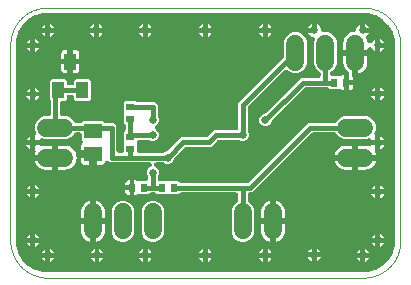
<source format=gbl>
G04 EAGLE Gerber X2 export*
G75*
%MOMM*%
%FSLAX35Y35*%
%LPD*%
%AMOC8*
5,1,8,0,0,1.08239X$1,22.5*%
G01*
%ADD10C,0.100000*%
%ADD11C,0.101600*%
%ADD12R,1.500000X1.300000*%
%ADD13R,0.600000X0.700000*%
%ADD14C,0.600000*%
%ADD15R,0.700000X0.600000*%
%ADD16C,1.524000*%
%ADD17R,1.000000X1.400000*%
%ADD18C,0.650000*%
%ADD19C,0.406400*%

G36*
X321301Y45737D02*
X321301Y45737D01*
X321513Y45724D01*
X328201Y45849D01*
X329772Y45720D01*
X2972228Y45720D01*
X2972346Y45732D01*
X2972465Y45722D01*
X2973642Y45853D01*
X2980480Y45724D01*
X2980650Y45738D01*
X2980863Y45720D01*
X2987641Y45720D01*
X2988067Y45763D01*
X2988620Y45744D01*
X3019593Y47238D01*
X3019966Y47294D01*
X3020344Y47288D01*
X3023376Y47800D01*
X3023577Y47830D01*
X3023598Y47838D01*
X3023627Y47843D01*
X3087273Y64044D01*
X3088268Y64405D01*
X3089291Y64671D01*
X3090334Y65156D01*
X3091058Y65419D01*
X3091570Y65731D01*
X3092310Y66075D01*
X3149392Y98556D01*
X3150253Y99166D01*
X3151172Y99695D01*
X3152051Y100441D01*
X3152678Y100884D01*
X3153087Y101319D01*
X3153711Y101848D01*
X3200151Y148288D01*
X3200821Y149106D01*
X3201566Y149858D01*
X3202215Y150808D01*
X3202703Y151404D01*
X3202983Y151933D01*
X3203444Y152607D01*
X3235925Y209689D01*
X3236354Y210655D01*
X3236873Y211578D01*
X3237248Y212667D01*
X3237560Y213369D01*
X3237690Y213953D01*
X3237956Y214726D01*
X3254157Y278373D01*
X3254214Y278746D01*
X3254329Y279105D01*
X3254727Y282141D01*
X3254759Y282354D01*
X3254758Y282378D01*
X3254761Y282406D01*
X3256256Y313383D01*
X3256234Y313808D01*
X3256279Y314362D01*
X3256279Y321130D01*
X3256263Y321299D01*
X3256276Y321512D01*
X3256150Y328201D01*
X3256279Y329772D01*
X3256279Y1956228D01*
X3256268Y1956343D01*
X3256278Y1956459D01*
X3256147Y1957638D01*
X3256276Y1964488D01*
X3256262Y1964660D01*
X3256279Y1964870D01*
X3256279Y1971638D01*
X3256237Y1972064D01*
X3256256Y1972617D01*
X3254761Y2003593D01*
X3254706Y2003966D01*
X3254711Y2004344D01*
X3254199Y2007378D01*
X3254170Y2007577D01*
X3254162Y2007598D01*
X3254157Y2007627D01*
X3237956Y2071273D01*
X3237594Y2072268D01*
X3237329Y2073291D01*
X3236844Y2074334D01*
X3236581Y2075058D01*
X3236269Y2075570D01*
X3235925Y2076310D01*
X3203444Y2133392D01*
X3202834Y2134253D01*
X3202305Y2135172D01*
X3201560Y2136051D01*
X3201115Y2136678D01*
X3200679Y2137088D01*
X3200151Y2137711D01*
X3153711Y2184151D01*
X3152894Y2184820D01*
X3152142Y2185566D01*
X3151193Y2186214D01*
X3150596Y2186703D01*
X3150065Y2186984D01*
X3149392Y2187444D01*
X3092310Y2219925D01*
X3091345Y2220354D01*
X3090422Y2220873D01*
X3089333Y2221248D01*
X3088630Y2221560D01*
X3088047Y2221690D01*
X3087273Y2221956D01*
X3023627Y2238157D01*
X3023253Y2238214D01*
X3022895Y2238329D01*
X3019858Y2238727D01*
X3019646Y2238759D01*
X3019622Y2238758D01*
X3019594Y2238761D01*
X2988617Y2240256D01*
X2988191Y2240234D01*
X2987638Y2240279D01*
X2980871Y2240279D01*
X2980702Y2240263D01*
X2980489Y2240276D01*
X2973798Y2240150D01*
X2972228Y2240279D01*
X329772Y2240279D01*
X329657Y2240268D01*
X329541Y2240278D01*
X328362Y2240147D01*
X321510Y2240276D01*
X321338Y2240262D01*
X321128Y2240279D01*
X314362Y2240279D01*
X313936Y2240237D01*
X313383Y2240256D01*
X282406Y2238761D01*
X282034Y2238706D01*
X281656Y2238711D01*
X278621Y2238199D01*
X278423Y2238170D01*
X278402Y2238162D01*
X278373Y2238157D01*
X214726Y2221956D01*
X213731Y2221594D01*
X212708Y2221329D01*
X211666Y2220844D01*
X210942Y2220581D01*
X210429Y2220269D01*
X209690Y2219925D01*
X152608Y2187444D01*
X151747Y2186834D01*
X150828Y2186305D01*
X149949Y2185560D01*
X149322Y2185115D01*
X148911Y2184679D01*
X148289Y2184151D01*
X101848Y2137711D01*
X101179Y2136894D01*
X100434Y2136142D01*
X99786Y2135193D01*
X99297Y2134596D01*
X99015Y2134065D01*
X98556Y2133392D01*
X66075Y2076310D01*
X65646Y2075345D01*
X65127Y2074422D01*
X64752Y2073333D01*
X64440Y2072630D01*
X64310Y2072047D01*
X64044Y2071273D01*
X47843Y2007627D01*
X47786Y2007253D01*
X47671Y2006895D01*
X47273Y2003858D01*
X47241Y2003645D01*
X47242Y2003621D01*
X47238Y2003593D01*
X45744Y1972616D01*
X45766Y1972190D01*
X45720Y1971637D01*
X45720Y1964873D01*
X45737Y1964703D01*
X45724Y1964491D01*
X45849Y1957798D01*
X45720Y1956228D01*
X45720Y329772D01*
X45732Y329657D01*
X45722Y329541D01*
X45853Y328362D01*
X45724Y321508D01*
X45738Y321337D01*
X45720Y321127D01*
X45720Y314363D01*
X45763Y313936D01*
X45744Y313383D01*
X47238Y282406D01*
X47294Y282034D01*
X47288Y281656D01*
X47801Y278621D01*
X47830Y278423D01*
X47838Y278402D01*
X47843Y278373D01*
X64044Y214726D01*
X64405Y213731D01*
X64671Y212708D01*
X65156Y211666D01*
X65419Y210942D01*
X65731Y210429D01*
X66075Y209690D01*
X98556Y152608D01*
X99166Y151747D01*
X99695Y150828D01*
X100440Y149949D01*
X100884Y149322D01*
X101320Y148911D01*
X101848Y148289D01*
X148289Y101848D01*
X149106Y101179D01*
X149858Y100434D01*
X150807Y99786D01*
X151404Y99297D01*
X151935Y99015D01*
X152608Y98556D01*
X209690Y66075D01*
X210655Y65646D01*
X211578Y65127D01*
X212667Y64752D01*
X213370Y64440D01*
X213953Y64310D01*
X214726Y64044D01*
X278373Y47843D01*
X278747Y47786D01*
X279105Y47671D01*
X282142Y47273D01*
X282354Y47241D01*
X282378Y47242D01*
X282406Y47238D01*
X313382Y45744D01*
X313808Y45766D01*
X314361Y45720D01*
X321132Y45720D01*
X321301Y45737D01*
G37*
%LPC*%
G36*
X1949365Y303849D02*
X1949365Y303849D01*
X1914006Y318496D01*
X1886946Y345556D01*
X1872299Y380915D01*
X1872299Y571585D01*
X1886946Y606944D01*
X1914006Y634004D01*
X1915636Y634679D01*
X1915829Y634783D01*
X1916038Y634851D01*
X1917607Y635736D01*
X1919185Y636582D01*
X1919354Y636721D01*
X1919546Y636829D01*
X1920908Y638005D01*
X1922290Y639146D01*
X1922428Y639317D01*
X1922594Y639460D01*
X1923692Y640873D01*
X1924828Y642273D01*
X1924930Y642468D01*
X1925064Y642641D01*
X1925862Y644244D01*
X1926699Y645838D01*
X1926761Y646049D01*
X1926858Y646246D01*
X1927326Y647980D01*
X1927830Y649703D01*
X1927849Y649922D01*
X1927907Y650134D01*
X1928179Y653452D01*
X1928179Y701360D01*
X1928162Y701535D01*
X1928176Y701710D01*
X1927963Y703537D01*
X1927780Y705367D01*
X1927729Y705534D01*
X1927708Y705710D01*
X1927137Y707465D01*
X1926599Y709217D01*
X1926516Y709371D01*
X1926461Y709538D01*
X1925554Y711146D01*
X1924682Y712758D01*
X1924569Y712893D01*
X1924483Y713046D01*
X1923283Y714437D01*
X1922104Y715851D01*
X1921966Y715962D01*
X1921852Y716094D01*
X1920407Y717217D01*
X1918966Y718376D01*
X1918809Y718457D01*
X1918671Y718564D01*
X1917030Y719381D01*
X1915393Y720232D01*
X1915223Y720280D01*
X1915066Y720358D01*
X1913298Y720835D01*
X1911523Y721347D01*
X1911347Y721361D01*
X1911178Y721407D01*
X1907860Y721679D01*
X1444881Y721679D01*
X1444618Y721653D01*
X1444355Y721673D01*
X1442619Y721454D01*
X1440874Y721280D01*
X1440621Y721203D01*
X1440360Y721170D01*
X1438700Y720613D01*
X1437024Y720099D01*
X1436792Y719973D01*
X1436542Y719890D01*
X1435024Y719016D01*
X1433483Y718182D01*
X1433280Y718013D01*
X1433052Y717881D01*
X1430513Y715728D01*
X1421784Y706999D01*
X1344574Y706999D01*
X1344459Y707090D01*
X1342823Y707922D01*
X1341196Y708785D01*
X1341026Y708835D01*
X1340870Y708915D01*
X1339109Y709406D01*
X1337336Y709933D01*
X1337160Y709949D01*
X1336991Y709996D01*
X1335168Y710130D01*
X1333326Y710298D01*
X1333150Y710279D01*
X1332975Y710292D01*
X1331161Y710063D01*
X1329323Y709864D01*
X1329154Y709811D01*
X1328979Y709789D01*
X1327237Y709205D01*
X1325483Y708650D01*
X1325329Y708565D01*
X1325162Y708509D01*
X1323565Y707590D01*
X1322496Y706999D01*
X1245215Y706999D01*
X1236487Y715728D01*
X1236283Y715894D01*
X1236111Y716094D01*
X1234729Y717167D01*
X1233371Y718279D01*
X1233137Y718403D01*
X1232930Y718564D01*
X1231368Y719342D01*
X1229814Y720166D01*
X1229560Y720241D01*
X1229325Y720358D01*
X1227636Y720814D01*
X1225954Y721314D01*
X1225692Y721338D01*
X1225437Y721407D01*
X1222119Y721679D01*
X1190881Y721679D01*
X1190618Y721653D01*
X1190356Y721673D01*
X1188621Y721454D01*
X1186874Y721280D01*
X1186622Y721203D01*
X1186360Y721170D01*
X1184700Y720613D01*
X1183024Y720099D01*
X1182793Y719973D01*
X1182543Y719890D01*
X1181020Y719014D01*
X1179483Y718182D01*
X1179281Y718013D01*
X1179052Y717882D01*
X1176513Y715728D01*
X1167785Y706999D01*
X1087094Y706999D01*
X1086928Y707057D01*
X1086465Y707121D01*
X1086019Y707254D01*
X1084473Y707395D01*
X1082938Y707606D01*
X1082474Y707577D01*
X1082008Y707619D01*
X1080463Y707453D01*
X1078919Y707357D01*
X1078470Y707237D01*
X1078005Y707187D01*
X1076525Y706719D01*
X1075028Y706320D01*
X1074553Y706096D01*
X1074165Y705973D01*
X1073403Y705552D01*
X1072018Y704898D01*
X1069304Y703330D01*
X1062844Y701599D01*
X1049821Y701599D01*
X1049821Y761997D01*
X1049820Y761999D01*
X1049821Y762003D01*
X1049821Y822400D01*
X1062844Y822400D01*
X1069304Y820669D01*
X1072018Y819102D01*
X1073434Y818462D01*
X1074813Y817762D01*
X1075261Y817637D01*
X1075688Y817444D01*
X1077201Y817097D01*
X1078693Y816681D01*
X1079158Y816647D01*
X1079613Y816543D01*
X1081160Y816500D01*
X1082709Y816387D01*
X1083172Y816445D01*
X1083638Y816432D01*
X1085165Y816696D01*
X1086704Y816890D01*
X1087033Y817000D01*
X1145860Y817000D01*
X1146035Y817018D01*
X1146210Y817003D01*
X1148037Y817217D01*
X1149867Y817399D01*
X1150034Y817451D01*
X1150210Y817471D01*
X1151965Y818043D01*
X1153717Y818581D01*
X1153871Y818664D01*
X1154038Y818719D01*
X1155646Y819625D01*
X1157258Y820498D01*
X1157393Y820610D01*
X1157546Y820697D01*
X1158937Y821897D01*
X1160351Y823076D01*
X1160462Y823213D01*
X1160594Y823328D01*
X1161717Y824773D01*
X1162876Y826213D01*
X1162957Y826370D01*
X1163064Y826508D01*
X1163881Y828149D01*
X1164732Y829787D01*
X1164780Y829957D01*
X1164858Y830113D01*
X1165335Y831881D01*
X1165847Y833657D01*
X1165861Y833833D01*
X1165907Y834002D01*
X1166179Y837320D01*
X1166179Y846657D01*
X1166153Y846921D01*
X1166173Y847185D01*
X1165954Y848922D01*
X1165780Y850664D01*
X1165703Y850918D01*
X1165669Y851181D01*
X1165113Y852838D01*
X1164599Y854514D01*
X1164473Y854747D01*
X1164388Y854998D01*
X1163517Y856513D01*
X1162682Y858055D01*
X1162512Y858259D01*
X1162380Y858488D01*
X1162248Y858644D01*
X1153999Y878557D01*
X1153999Y899443D01*
X1161992Y918739D01*
X1176760Y933507D01*
X1184196Y936587D01*
X1184235Y936608D01*
X1184278Y936621D01*
X1186012Y937560D01*
X1187746Y938489D01*
X1187780Y938518D01*
X1187819Y938538D01*
X1189341Y939807D01*
X1190850Y941054D01*
X1190878Y941088D01*
X1190912Y941116D01*
X1192158Y942665D01*
X1193388Y944180D01*
X1193408Y944219D01*
X1193437Y944254D01*
X1194339Y945992D01*
X1195260Y947746D01*
X1195272Y947788D01*
X1195293Y947828D01*
X1195842Y949734D01*
X1196391Y951610D01*
X1196395Y951653D01*
X1196408Y951697D01*
X1196568Y953657D01*
X1196739Y955622D01*
X1196734Y955667D01*
X1196737Y955710D01*
X1196509Y957661D01*
X1196288Y959624D01*
X1196275Y959665D01*
X1196269Y959710D01*
X1195644Y961628D01*
X1195057Y963458D01*
X1195036Y963495D01*
X1195022Y963538D01*
X1194033Y965292D01*
X1193094Y966974D01*
X1193066Y967007D01*
X1193044Y967046D01*
X1191766Y968527D01*
X1190477Y970034D01*
X1190441Y970062D01*
X1190413Y970094D01*
X1188892Y971275D01*
X1187307Y972518D01*
X1187266Y972538D01*
X1187232Y972564D01*
X1185518Y973418D01*
X1183710Y974327D01*
X1183666Y974339D01*
X1183627Y974358D01*
X1181737Y974868D01*
X1179826Y975392D01*
X1179783Y975395D01*
X1179739Y975407D01*
X1176421Y975679D01*
X840548Y975679D01*
X831748Y984481D01*
X830618Y985406D01*
X829539Y986392D01*
X829062Y986680D01*
X828632Y987032D01*
X827344Y987715D01*
X826090Y988471D01*
X825565Y988659D01*
X825074Y988919D01*
X823677Y989334D01*
X822299Y989828D01*
X821747Y989908D01*
X821215Y990067D01*
X819760Y990199D01*
X818314Y990411D01*
X817759Y990381D01*
X817204Y990432D01*
X815753Y990274D01*
X814293Y990197D01*
X813753Y990058D01*
X813201Y989998D01*
X811811Y989558D01*
X810393Y989193D01*
X809892Y988951D01*
X809362Y988783D01*
X808084Y988078D01*
X806768Y987441D01*
X806324Y987105D01*
X805837Y986836D01*
X804724Y985892D01*
X803559Y985008D01*
X803190Y984591D01*
X802766Y984231D01*
X801860Y983085D01*
X800893Y981990D01*
X800614Y981509D01*
X800269Y981072D01*
X799606Y979768D01*
X798874Y978506D01*
X798662Y977911D01*
X798444Y977483D01*
X798217Y976668D01*
X797752Y975371D01*
X797169Y973196D01*
X793825Y967403D01*
X789097Y962675D01*
X783304Y959330D01*
X776844Y957599D01*
X730999Y957599D01*
X730999Y1035818D01*
X730982Y1035993D01*
X730996Y1036168D01*
X730783Y1037995D01*
X730600Y1039825D01*
X730549Y1039992D01*
X730528Y1040168D01*
X729957Y1041923D01*
X729419Y1043674D01*
X729336Y1043828D01*
X729281Y1043996D01*
X728374Y1045604D01*
X727502Y1047216D01*
X727389Y1047350D01*
X727303Y1047504D01*
X726103Y1048895D01*
X724924Y1050309D01*
X724786Y1050420D01*
X724672Y1050552D01*
X723227Y1051674D01*
X721786Y1052833D01*
X721629Y1052915D01*
X721491Y1053022D01*
X719850Y1053839D01*
X718213Y1054689D01*
X718043Y1054738D01*
X717886Y1054816D01*
X716118Y1055293D01*
X714343Y1055804D01*
X714167Y1055819D01*
X713998Y1055864D01*
X710680Y1056137D01*
X706637Y1056137D01*
X706637Y1060180D01*
X706620Y1060355D01*
X706634Y1060530D01*
X706420Y1062357D01*
X706238Y1064187D01*
X706187Y1064354D01*
X706166Y1064530D01*
X705594Y1066285D01*
X705057Y1068037D01*
X704973Y1068191D01*
X704919Y1068358D01*
X704012Y1069966D01*
X703139Y1071578D01*
X703027Y1071713D01*
X702941Y1071866D01*
X701740Y1073257D01*
X700562Y1074671D01*
X700424Y1074782D01*
X700310Y1074914D01*
X698865Y1076037D01*
X697424Y1077196D01*
X697267Y1077277D01*
X697129Y1077384D01*
X695488Y1078201D01*
X693850Y1079052D01*
X693681Y1079100D01*
X693524Y1079178D01*
X691756Y1079655D01*
X689981Y1080167D01*
X689805Y1080181D01*
X689636Y1080227D01*
X686318Y1080499D01*
X598099Y1080499D01*
X598099Y1116344D01*
X599830Y1122804D01*
X603175Y1128597D01*
X607028Y1132451D01*
X607139Y1132585D01*
X607274Y1132700D01*
X608417Y1134146D01*
X609580Y1135566D01*
X609663Y1135723D01*
X609771Y1135859D01*
X610602Y1137493D01*
X611467Y1139123D01*
X611517Y1139292D01*
X611597Y1139449D01*
X612088Y1141213D01*
X612615Y1142983D01*
X612631Y1143159D01*
X612678Y1143328D01*
X612812Y1145153D01*
X612979Y1146993D01*
X612960Y1147170D01*
X612973Y1147344D01*
X612744Y1149165D01*
X612546Y1150997D01*
X612493Y1151164D01*
X612471Y1151339D01*
X611884Y1153088D01*
X611331Y1154836D01*
X611247Y1154989D01*
X611190Y1155157D01*
X610269Y1156758D01*
X609383Y1158361D01*
X609270Y1158494D01*
X609182Y1158648D01*
X607028Y1161187D01*
X603499Y1164716D01*
X603499Y1209360D01*
X603482Y1209535D01*
X603496Y1209710D01*
X603283Y1211537D01*
X603100Y1213367D01*
X603049Y1213534D01*
X603028Y1213710D01*
X602457Y1215465D01*
X601919Y1217217D01*
X601836Y1217371D01*
X601781Y1217538D01*
X600874Y1219146D01*
X600002Y1220758D01*
X599889Y1220893D01*
X599803Y1221046D01*
X598603Y1222437D01*
X597424Y1223851D01*
X597286Y1223962D01*
X597172Y1224094D01*
X595727Y1225217D01*
X594286Y1226376D01*
X594129Y1226457D01*
X593991Y1226564D01*
X592350Y1227381D01*
X590713Y1228232D01*
X590543Y1228280D01*
X590386Y1228358D01*
X588618Y1228835D01*
X586843Y1229347D01*
X586667Y1229361D01*
X586498Y1229407D01*
X583180Y1229679D01*
X558202Y1229679D01*
X557984Y1229658D01*
X557764Y1229675D01*
X555980Y1229458D01*
X554195Y1229280D01*
X553985Y1229216D01*
X553767Y1229189D01*
X552064Y1228626D01*
X550346Y1228099D01*
X550152Y1227994D01*
X549944Y1227925D01*
X548385Y1227038D01*
X546804Y1226182D01*
X546636Y1226041D01*
X546445Y1225932D01*
X545093Y1224755D01*
X543711Y1223604D01*
X543573Y1223432D01*
X543408Y1223288D01*
X542313Y1221867D01*
X541187Y1220466D01*
X541085Y1220272D01*
X540951Y1220097D01*
X539429Y1217136D01*
X538754Y1215506D01*
X511694Y1188446D01*
X476335Y1173799D01*
X285664Y1173799D01*
X274735Y1178326D01*
X274630Y1178358D01*
X274533Y1178409D01*
X272706Y1178939D01*
X270881Y1179491D01*
X270771Y1179502D01*
X270666Y1179532D01*
X268763Y1179693D01*
X266872Y1179873D01*
X266764Y1179862D01*
X266653Y1179871D01*
X264740Y1179651D01*
X262867Y1179457D01*
X262763Y1179424D01*
X262653Y1179412D01*
X260828Y1178821D01*
X259022Y1178259D01*
X258926Y1178206D01*
X258821Y1178172D01*
X257161Y1177240D01*
X255489Y1176326D01*
X255405Y1176255D01*
X255309Y1176202D01*
X253875Y1174969D01*
X252407Y1173735D01*
X252338Y1173648D01*
X252255Y1173577D01*
X251088Y1172081D01*
X249896Y1170587D01*
X249846Y1170489D01*
X249778Y1170402D01*
X248923Y1168692D01*
X248056Y1167005D01*
X248026Y1166900D01*
X247976Y1166801D01*
X247473Y1164948D01*
X247011Y1163321D01*
X210821Y1163321D01*
X210821Y1204622D01*
X212002Y1205632D01*
X213465Y1206856D01*
X213535Y1206943D01*
X213620Y1207017D01*
X214792Y1208512D01*
X215983Y1209998D01*
X216035Y1210099D01*
X216104Y1210187D01*
X216958Y1211883D01*
X217832Y1213575D01*
X217863Y1213683D01*
X217914Y1213784D01*
X218419Y1215627D01*
X218940Y1217447D01*
X218949Y1217558D01*
X218978Y1217667D01*
X219110Y1219564D01*
X219262Y1221461D01*
X219248Y1221573D01*
X219256Y1221684D01*
X219011Y1223567D01*
X218786Y1225460D01*
X218752Y1225565D01*
X218737Y1225678D01*
X217719Y1228848D01*
X208599Y1250865D01*
X208599Y1289135D01*
X223246Y1324494D01*
X250306Y1351554D01*
X285665Y1366200D01*
X320360Y1366200D01*
X320535Y1366218D01*
X320710Y1366203D01*
X322537Y1366417D01*
X324367Y1366599D01*
X324534Y1366651D01*
X324710Y1366671D01*
X326465Y1367243D01*
X328217Y1367781D01*
X328371Y1367864D01*
X328538Y1367919D01*
X330146Y1368825D01*
X331758Y1369698D01*
X331893Y1369810D01*
X332046Y1369897D01*
X333437Y1371097D01*
X334851Y1372276D01*
X334962Y1372413D01*
X335094Y1372528D01*
X336217Y1373973D01*
X337376Y1375413D01*
X337457Y1375570D01*
X337564Y1375708D01*
X338381Y1377349D01*
X339232Y1378987D01*
X339280Y1379157D01*
X339358Y1379313D01*
X339835Y1381081D01*
X340347Y1382857D01*
X340361Y1383033D01*
X340407Y1383202D01*
X340679Y1386520D01*
X340679Y1497319D01*
X340653Y1497582D01*
X340673Y1497845D01*
X340454Y1499583D01*
X340280Y1501326D01*
X340203Y1501577D01*
X340170Y1501840D01*
X339613Y1503502D01*
X339099Y1505176D01*
X338973Y1505408D01*
X338889Y1505658D01*
X338015Y1507177D01*
X337182Y1508717D01*
X337013Y1508920D01*
X336881Y1509148D01*
X336399Y1509716D01*
X336399Y1666585D01*
X348115Y1678300D01*
X464685Y1678300D01*
X476400Y1666585D01*
X476400Y1648940D01*
X476418Y1648764D01*
X476403Y1648590D01*
X476617Y1646763D01*
X476799Y1644933D01*
X476851Y1644765D01*
X476871Y1644590D01*
X477443Y1642835D01*
X477981Y1641083D01*
X478064Y1640929D01*
X478119Y1640761D01*
X479025Y1639154D01*
X479898Y1637542D01*
X480010Y1637407D01*
X480097Y1637254D01*
X481297Y1635863D01*
X482476Y1634448D01*
X482613Y1634338D01*
X482728Y1634205D01*
X484173Y1633083D01*
X485613Y1631924D01*
X485770Y1631843D01*
X485908Y1631735D01*
X487549Y1630919D01*
X489187Y1630068D01*
X489357Y1630019D01*
X489513Y1629941D01*
X491281Y1629465D01*
X493057Y1628953D01*
X493233Y1628939D01*
X493402Y1628893D01*
X496720Y1628620D01*
X519280Y1628620D01*
X519455Y1628638D01*
X519630Y1628623D01*
X521457Y1628837D01*
X523287Y1629019D01*
X523454Y1629071D01*
X523630Y1629091D01*
X525385Y1629663D01*
X527137Y1630201D01*
X527291Y1630284D01*
X527458Y1630339D01*
X529066Y1631245D01*
X530678Y1632118D01*
X530813Y1632230D01*
X530966Y1632317D01*
X532357Y1633517D01*
X533771Y1634696D01*
X533882Y1634833D01*
X534014Y1634948D01*
X535137Y1636393D01*
X536296Y1637833D01*
X536377Y1637990D01*
X536484Y1638128D01*
X537301Y1639769D01*
X538152Y1641407D01*
X538200Y1641577D01*
X538278Y1641733D01*
X538755Y1643501D01*
X539267Y1645277D01*
X539281Y1645453D01*
X539327Y1645622D01*
X539599Y1648940D01*
X539599Y1666585D01*
X551315Y1678300D01*
X667885Y1678300D01*
X679600Y1666585D01*
X679600Y1510015D01*
X667885Y1498299D01*
X551315Y1498299D01*
X539599Y1510015D01*
X539599Y1527660D01*
X539582Y1527835D01*
X539596Y1528010D01*
X539383Y1529837D01*
X539200Y1531667D01*
X539149Y1531834D01*
X539128Y1532010D01*
X538557Y1533765D01*
X538019Y1535517D01*
X537936Y1535671D01*
X537881Y1535838D01*
X536974Y1537446D01*
X536102Y1539058D01*
X535989Y1539193D01*
X535903Y1539346D01*
X534703Y1540737D01*
X533524Y1542151D01*
X533386Y1542262D01*
X533272Y1542394D01*
X531827Y1543517D01*
X530386Y1544676D01*
X530229Y1544757D01*
X530091Y1544864D01*
X528450Y1545681D01*
X526813Y1546532D01*
X526643Y1546580D01*
X526486Y1546658D01*
X524718Y1547135D01*
X522943Y1547647D01*
X522767Y1547661D01*
X522598Y1547707D01*
X519280Y1547979D01*
X496720Y1547979D01*
X496544Y1547962D01*
X496370Y1547976D01*
X494543Y1547763D01*
X492713Y1547580D01*
X492545Y1547529D01*
X492370Y1547508D01*
X490615Y1546937D01*
X488863Y1546399D01*
X488709Y1546316D01*
X488541Y1546261D01*
X486934Y1545354D01*
X485322Y1544482D01*
X485187Y1544369D01*
X485034Y1544283D01*
X483643Y1543083D01*
X482228Y1541904D01*
X482118Y1541766D01*
X481985Y1541652D01*
X480863Y1540207D01*
X479704Y1538766D01*
X479623Y1538609D01*
X479515Y1538471D01*
X478699Y1536830D01*
X477848Y1535193D01*
X477799Y1535023D01*
X477721Y1534866D01*
X477245Y1533098D01*
X476733Y1531323D01*
X476719Y1531147D01*
X476673Y1530978D01*
X476400Y1527660D01*
X476400Y1510015D01*
X464685Y1498299D01*
X441640Y1498299D01*
X441464Y1498282D01*
X441290Y1498296D01*
X439463Y1498083D01*
X437633Y1497900D01*
X437465Y1497849D01*
X437290Y1497828D01*
X435535Y1497257D01*
X433783Y1496719D01*
X433629Y1496636D01*
X433461Y1496581D01*
X431854Y1495674D01*
X430242Y1494802D01*
X430107Y1494689D01*
X429954Y1494603D01*
X428563Y1493403D01*
X427148Y1492224D01*
X427038Y1492086D01*
X426905Y1491972D01*
X425783Y1490527D01*
X424624Y1489086D01*
X424543Y1488929D01*
X424435Y1488791D01*
X423619Y1487150D01*
X422768Y1485513D01*
X422719Y1485343D01*
X422641Y1485186D01*
X422165Y1483418D01*
X421653Y1481643D01*
X421639Y1481467D01*
X421593Y1481298D01*
X421320Y1477980D01*
X421320Y1386520D01*
X421325Y1386471D01*
X421323Y1386449D01*
X421337Y1386334D01*
X421323Y1386170D01*
X421537Y1384343D01*
X421719Y1382513D01*
X421771Y1382345D01*
X421791Y1382170D01*
X422363Y1380415D01*
X422901Y1378663D01*
X422984Y1378509D01*
X423039Y1378341D01*
X423945Y1376734D01*
X424818Y1375122D01*
X424930Y1374987D01*
X425017Y1374834D01*
X426217Y1373443D01*
X427396Y1372028D01*
X427533Y1371918D01*
X427648Y1371785D01*
X429093Y1370663D01*
X430533Y1369504D01*
X430690Y1369423D01*
X430828Y1369315D01*
X432469Y1368499D01*
X434107Y1367648D01*
X434277Y1367599D01*
X434433Y1367521D01*
X436201Y1367045D01*
X437977Y1366533D01*
X438153Y1366519D01*
X438322Y1366473D01*
X441640Y1366200D01*
X476335Y1366200D01*
X511694Y1351554D01*
X538754Y1324494D01*
X539429Y1322864D01*
X539533Y1322671D01*
X539601Y1322461D01*
X540486Y1320893D01*
X541332Y1319315D01*
X541471Y1319146D01*
X541579Y1318954D01*
X542755Y1317592D01*
X543896Y1316210D01*
X544067Y1316072D01*
X544210Y1315905D01*
X545623Y1314808D01*
X547023Y1313672D01*
X547218Y1313570D01*
X547391Y1313435D01*
X548994Y1312638D01*
X550588Y1311801D01*
X550799Y1311739D01*
X550996Y1311641D01*
X552730Y1311174D01*
X554453Y1310669D01*
X554672Y1310650D01*
X554884Y1310593D01*
X558202Y1310320D01*
X594119Y1310320D01*
X594382Y1310347D01*
X594644Y1310327D01*
X596380Y1310546D01*
X598126Y1310719D01*
X598378Y1310797D01*
X598640Y1310830D01*
X600300Y1311386D01*
X601976Y1311901D01*
X602208Y1312026D01*
X602458Y1312110D01*
X603978Y1312985D01*
X605517Y1313818D01*
X605719Y1313987D01*
X605948Y1314118D01*
X608487Y1316272D01*
X615215Y1323000D01*
X781784Y1323000D01*
X788513Y1316272D01*
X788717Y1316105D01*
X788889Y1315905D01*
X790272Y1314831D01*
X791628Y1313721D01*
X791861Y1313597D01*
X792069Y1313435D01*
X793633Y1312657D01*
X795185Y1311834D01*
X795439Y1311758D01*
X795674Y1311641D01*
X797362Y1311186D01*
X799045Y1310686D01*
X799308Y1310662D01*
X799563Y1310593D01*
X802881Y1310320D01*
X873952Y1310320D01*
X897570Y1286702D01*
X897570Y1076640D01*
X897588Y1076464D01*
X897573Y1076290D01*
X897787Y1074463D01*
X897969Y1072633D01*
X898021Y1072465D01*
X898041Y1072290D01*
X898613Y1070535D01*
X899151Y1068783D01*
X899234Y1068629D01*
X899289Y1068461D01*
X900195Y1066854D01*
X901068Y1065242D01*
X901180Y1065107D01*
X901267Y1064954D01*
X902467Y1063563D01*
X903646Y1062148D01*
X903783Y1062038D01*
X903898Y1061905D01*
X905343Y1060783D01*
X906783Y1059624D01*
X906940Y1059543D01*
X907078Y1059435D01*
X908719Y1058619D01*
X910357Y1057768D01*
X910527Y1057719D01*
X910683Y1057641D01*
X912451Y1057165D01*
X914227Y1056653D01*
X914403Y1056639D01*
X914572Y1056593D01*
X917890Y1056320D01*
X940680Y1056320D01*
X940855Y1056338D01*
X941030Y1056323D01*
X942857Y1056537D01*
X944687Y1056719D01*
X944854Y1056771D01*
X945030Y1056791D01*
X946785Y1057363D01*
X948537Y1057901D01*
X948691Y1057984D01*
X948858Y1058039D01*
X950466Y1058945D01*
X952078Y1059818D01*
X952213Y1059930D01*
X952366Y1060017D01*
X953757Y1061217D01*
X955171Y1062396D01*
X955282Y1062533D01*
X955414Y1062648D01*
X956537Y1064093D01*
X957696Y1065533D01*
X957777Y1065690D01*
X957884Y1065828D01*
X958701Y1067469D01*
X959552Y1069107D01*
X959600Y1069277D01*
X959678Y1069433D01*
X960155Y1071201D01*
X960667Y1072977D01*
X960681Y1073153D01*
X960727Y1073322D01*
X960999Y1076640D01*
X960999Y1131927D01*
X961090Y1132042D01*
X961924Y1133682D01*
X962785Y1135305D01*
X962835Y1135473D01*
X962915Y1135631D01*
X963411Y1137410D01*
X963933Y1139165D01*
X963949Y1139338D01*
X963997Y1139510D01*
X964131Y1141339D01*
X964298Y1143175D01*
X964279Y1143351D01*
X964292Y1143526D01*
X964062Y1145351D01*
X963864Y1147178D01*
X963811Y1147346D01*
X963789Y1147522D01*
X963202Y1149273D01*
X962650Y1151018D01*
X962565Y1151172D01*
X962508Y1151339D01*
X961588Y1152938D01*
X960999Y1154004D01*
X960999Y1231284D01*
X969728Y1240013D01*
X969895Y1240217D01*
X970094Y1240389D01*
X971168Y1241772D01*
X972279Y1243128D01*
X972403Y1243361D01*
X972564Y1243569D01*
X973344Y1245136D01*
X974166Y1246686D01*
X974241Y1246939D01*
X974358Y1247174D01*
X974814Y1248863D01*
X975314Y1250545D01*
X975338Y1250808D01*
X975407Y1251063D01*
X975679Y1254381D01*
X975679Y1285619D01*
X975653Y1285882D01*
X975673Y1286144D01*
X975454Y1287879D01*
X975280Y1289626D01*
X975203Y1289878D01*
X975170Y1290139D01*
X974614Y1291798D01*
X974099Y1293475D01*
X973973Y1293707D01*
X973890Y1293957D01*
X973014Y1295479D01*
X972182Y1297017D01*
X972013Y1297218D01*
X971882Y1297448D01*
X969728Y1299987D01*
X960999Y1308715D01*
X960999Y1385927D01*
X961090Y1386042D01*
X961924Y1387682D01*
X962785Y1389305D01*
X962835Y1389473D01*
X962915Y1389631D01*
X963411Y1391410D01*
X963933Y1393165D01*
X963949Y1393339D01*
X963997Y1393510D01*
X964131Y1395342D01*
X964298Y1397175D01*
X964279Y1397351D01*
X964292Y1397526D01*
X964062Y1399351D01*
X963864Y1401178D01*
X963811Y1401346D01*
X963789Y1401522D01*
X963202Y1403273D01*
X962650Y1405018D01*
X962565Y1405172D01*
X962508Y1405339D01*
X961588Y1406938D01*
X960999Y1408004D01*
X960999Y1485285D01*
X972715Y1497000D01*
X1059285Y1497000D01*
X1063013Y1493272D01*
X1063216Y1493105D01*
X1063389Y1492905D01*
X1064770Y1491833D01*
X1066128Y1490720D01*
X1066363Y1490596D01*
X1066570Y1490435D01*
X1068132Y1489658D01*
X1069686Y1488834D01*
X1069939Y1488758D01*
X1070175Y1488641D01*
X1071864Y1488186D01*
X1073546Y1487686D01*
X1073808Y1487662D01*
X1074063Y1487593D01*
X1077381Y1487320D01*
X1223202Y1487320D01*
X1246820Y1463702D01*
X1246820Y1375843D01*
X1246847Y1375580D01*
X1246827Y1375318D01*
X1247045Y1373583D01*
X1247219Y1371836D01*
X1247297Y1371583D01*
X1247330Y1371322D01*
X1247886Y1369662D01*
X1248401Y1367986D01*
X1248526Y1367754D01*
X1248610Y1367504D01*
X1249486Y1365982D01*
X1250318Y1364445D01*
X1250486Y1364243D01*
X1250618Y1364014D01*
X1250752Y1363856D01*
X1259000Y1343943D01*
X1259000Y1323057D01*
X1251008Y1303760D01*
X1236240Y1288993D01*
X1235709Y1288773D01*
X1235631Y1288731D01*
X1235547Y1288705D01*
X1233868Y1287786D01*
X1232160Y1286871D01*
X1232092Y1286815D01*
X1232014Y1286773D01*
X1230543Y1285536D01*
X1229055Y1284307D01*
X1229000Y1284238D01*
X1228932Y1284181D01*
X1227728Y1282672D01*
X1226518Y1281180D01*
X1226477Y1281103D01*
X1226421Y1281033D01*
X1225532Y1279303D01*
X1224646Y1277615D01*
X1224621Y1277531D01*
X1224581Y1277452D01*
X1224049Y1275578D01*
X1223514Y1273750D01*
X1223506Y1273662D01*
X1223483Y1273578D01*
X1223334Y1271670D01*
X1223167Y1269738D01*
X1223177Y1269650D01*
X1223170Y1269563D01*
X1223400Y1267667D01*
X1223617Y1265737D01*
X1223644Y1265652D01*
X1223655Y1265565D01*
X1224259Y1263737D01*
X1224848Y1261903D01*
X1224891Y1261826D01*
X1224919Y1261742D01*
X1225878Y1260057D01*
X1226811Y1258387D01*
X1226868Y1258320D01*
X1226912Y1258243D01*
X1228176Y1256791D01*
X1229428Y1255327D01*
X1229498Y1255272D01*
X1229556Y1255206D01*
X1231076Y1254036D01*
X1232598Y1252843D01*
X1232677Y1252803D01*
X1232747Y1252749D01*
X1235708Y1251228D01*
X1236239Y1251008D01*
X1251008Y1236239D01*
X1259000Y1216943D01*
X1259000Y1196057D01*
X1251008Y1176760D01*
X1236239Y1161992D01*
X1216943Y1153999D01*
X1196057Y1153999D01*
X1175972Y1162319D01*
X1175409Y1162779D01*
X1175175Y1162903D01*
X1174968Y1163064D01*
X1173406Y1163842D01*
X1171852Y1164666D01*
X1171598Y1164741D01*
X1171363Y1164858D01*
X1169674Y1165314D01*
X1167992Y1165814D01*
X1167730Y1165838D01*
X1167475Y1165907D01*
X1164157Y1166179D01*
X1090881Y1166179D01*
X1090618Y1166153D01*
X1090356Y1166173D01*
X1088620Y1165954D01*
X1086874Y1165780D01*
X1086621Y1165703D01*
X1086360Y1165670D01*
X1084700Y1165113D01*
X1083024Y1164599D01*
X1082792Y1164473D01*
X1082542Y1164390D01*
X1081020Y1163514D01*
X1079483Y1162682D01*
X1079281Y1162513D01*
X1079052Y1162382D01*
X1076513Y1160228D01*
X1073653Y1157368D01*
X1073542Y1157232D01*
X1073407Y1157118D01*
X1072266Y1155674D01*
X1071101Y1154253D01*
X1071019Y1154097D01*
X1070910Y1153959D01*
X1070079Y1152325D01*
X1069215Y1150695D01*
X1069164Y1150526D01*
X1069085Y1150370D01*
X1068592Y1148602D01*
X1068067Y1146835D01*
X1068051Y1146660D01*
X1068003Y1146491D01*
X1067869Y1144663D01*
X1067702Y1142825D01*
X1067721Y1142648D01*
X1067708Y1142475D01*
X1067937Y1140657D01*
X1068136Y1138822D01*
X1068189Y1138653D01*
X1068211Y1138479D01*
X1068795Y1136736D01*
X1069350Y1134982D01*
X1069435Y1134828D01*
X1069491Y1134662D01*
X1070415Y1133055D01*
X1071000Y1131996D01*
X1071000Y1076640D01*
X1071018Y1076464D01*
X1071003Y1076290D01*
X1071217Y1074463D01*
X1071399Y1072633D01*
X1071451Y1072465D01*
X1071471Y1072290D01*
X1072043Y1070535D01*
X1072581Y1068783D01*
X1072664Y1068629D01*
X1072719Y1068461D01*
X1073625Y1066854D01*
X1074498Y1065242D01*
X1074610Y1065107D01*
X1074697Y1064954D01*
X1075897Y1063563D01*
X1077076Y1062148D01*
X1077213Y1062038D01*
X1077328Y1061905D01*
X1078773Y1060783D01*
X1080213Y1059624D01*
X1080370Y1059543D01*
X1080508Y1059435D01*
X1082149Y1058619D01*
X1083787Y1057768D01*
X1083957Y1057719D01*
X1084113Y1057641D01*
X1085881Y1057165D01*
X1087657Y1056653D01*
X1087833Y1056639D01*
X1088002Y1056593D01*
X1091320Y1056320D01*
X1291157Y1056320D01*
X1291420Y1056347D01*
X1291682Y1056327D01*
X1293417Y1056545D01*
X1295164Y1056719D01*
X1295416Y1056797D01*
X1295678Y1056830D01*
X1297338Y1057386D01*
X1299013Y1057901D01*
X1299245Y1058026D01*
X1299495Y1058110D01*
X1301018Y1058986D01*
X1302555Y1059818D01*
X1302757Y1059986D01*
X1302986Y1060118D01*
X1303143Y1060252D01*
X1323846Y1068828D01*
X1324569Y1068899D01*
X1324821Y1068977D01*
X1325083Y1069010D01*
X1326743Y1069566D01*
X1328418Y1070081D01*
X1328650Y1070206D01*
X1328900Y1070290D01*
X1330423Y1071166D01*
X1331960Y1071998D01*
X1332162Y1072166D01*
X1332391Y1072298D01*
X1334930Y1074452D01*
X1448478Y1188000D01*
X1655009Y1188000D01*
X1655272Y1188027D01*
X1655534Y1188007D01*
X1657270Y1188225D01*
X1659016Y1188399D01*
X1659269Y1188477D01*
X1659530Y1188510D01*
X1661190Y1189066D01*
X1662866Y1189581D01*
X1663098Y1189706D01*
X1663348Y1189790D01*
X1664870Y1190666D01*
X1666407Y1191498D01*
X1666609Y1191666D01*
X1666838Y1191798D01*
X1669377Y1193952D01*
X1722246Y1246820D01*
X1907860Y1246820D01*
X1908035Y1246838D01*
X1908210Y1246823D01*
X1910037Y1247037D01*
X1911867Y1247219D01*
X1912034Y1247271D01*
X1912210Y1247291D01*
X1913965Y1247863D01*
X1915717Y1248401D01*
X1915871Y1248484D01*
X1916038Y1248539D01*
X1917646Y1249445D01*
X1919258Y1250318D01*
X1919393Y1250430D01*
X1919546Y1250517D01*
X1920937Y1251717D01*
X1922351Y1252896D01*
X1922462Y1253033D01*
X1922594Y1253148D01*
X1923717Y1254593D01*
X1924876Y1256033D01*
X1924957Y1256190D01*
X1925064Y1256328D01*
X1925881Y1257969D01*
X1926732Y1259607D01*
X1926780Y1259777D01*
X1926858Y1259933D01*
X1927335Y1261701D01*
X1927847Y1263477D01*
X1927861Y1263653D01*
X1927907Y1263822D01*
X1928179Y1267140D01*
X1928179Y1477202D01*
X2310848Y1859870D01*
X2311014Y1860073D01*
X2311214Y1860246D01*
X2312287Y1861627D01*
X2313399Y1862985D01*
X2313523Y1863219D01*
X2313684Y1863427D01*
X2314462Y1864989D01*
X2315286Y1866543D01*
X2315361Y1866796D01*
X2315478Y1867032D01*
X2315934Y1868721D01*
X2316434Y1870403D01*
X2316458Y1870665D01*
X2316527Y1870920D01*
X2316799Y1874238D01*
X2316799Y2000335D01*
X2331446Y2035694D01*
X2358506Y2062754D01*
X2393865Y2077400D01*
X2432135Y2077400D01*
X2467493Y2062754D01*
X2494555Y2035693D01*
X2509200Y2000336D01*
X2509200Y1809665D01*
X2494554Y1774306D01*
X2467494Y1747246D01*
X2432135Y1732599D01*
X2393865Y1732599D01*
X2358506Y1747245D01*
X2349755Y1755997D01*
X2349618Y1756109D01*
X2349505Y1756243D01*
X2348059Y1757386D01*
X2346639Y1758548D01*
X2346485Y1758630D01*
X2346346Y1758740D01*
X2344711Y1759571D01*
X2343082Y1760435D01*
X2342912Y1760486D01*
X2342757Y1760565D01*
X2340994Y1761056D01*
X2339223Y1761583D01*
X2339047Y1761599D01*
X2338878Y1761646D01*
X2337052Y1761781D01*
X2335212Y1761948D01*
X2335036Y1761929D01*
X2334862Y1761942D01*
X2333042Y1761713D01*
X2331209Y1761514D01*
X2331041Y1761461D01*
X2330866Y1761439D01*
X2329117Y1760853D01*
X2327369Y1760300D01*
X2327216Y1760215D01*
X2327048Y1760159D01*
X2325453Y1759241D01*
X2323845Y1758352D01*
X2323710Y1758238D01*
X2323558Y1758151D01*
X2321019Y1755997D01*
X2014772Y1449750D01*
X2014605Y1449547D01*
X2014405Y1449374D01*
X2013333Y1447993D01*
X2012220Y1446634D01*
X2012096Y1446400D01*
X2011935Y1446193D01*
X2011158Y1444631D01*
X2010334Y1443077D01*
X2010258Y1442823D01*
X2010141Y1442588D01*
X2009686Y1440899D01*
X2009186Y1439217D01*
X2009162Y1438955D01*
X2009093Y1438700D01*
X2008820Y1435382D01*
X2008820Y1248843D01*
X2008847Y1248580D01*
X2008827Y1248318D01*
X2009045Y1246583D01*
X2009219Y1244836D01*
X2009297Y1244583D01*
X2009330Y1244322D01*
X2009886Y1242662D01*
X2010401Y1240986D01*
X2010526Y1240754D01*
X2010610Y1240504D01*
X2011488Y1238978D01*
X2012318Y1237445D01*
X2012486Y1237243D01*
X2012618Y1237014D01*
X2012752Y1236856D01*
X2021000Y1216943D01*
X2021000Y1196057D01*
X2013008Y1176760D01*
X1998239Y1161992D01*
X1978943Y1153999D01*
X1958057Y1153999D01*
X1937972Y1162319D01*
X1937409Y1162779D01*
X1937175Y1162903D01*
X1936968Y1163064D01*
X1935406Y1163842D01*
X1933852Y1164666D01*
X1933598Y1164741D01*
X1933363Y1164858D01*
X1931674Y1165314D01*
X1929992Y1165814D01*
X1929730Y1165838D01*
X1929475Y1165907D01*
X1926157Y1166179D01*
X1764065Y1166179D01*
X1763803Y1166153D01*
X1763540Y1166173D01*
X1761805Y1165954D01*
X1760058Y1165780D01*
X1759806Y1165703D01*
X1759545Y1165670D01*
X1757885Y1165113D01*
X1756209Y1164599D01*
X1755977Y1164473D01*
X1755727Y1164390D01*
X1754205Y1163514D01*
X1752668Y1162682D01*
X1752466Y1162513D01*
X1752237Y1162382D01*
X1749698Y1160228D01*
X1696829Y1107359D01*
X1490298Y1107359D01*
X1490035Y1107333D01*
X1489773Y1107353D01*
X1488038Y1107134D01*
X1486291Y1106960D01*
X1486038Y1106883D01*
X1485777Y1106850D01*
X1484117Y1106293D01*
X1482441Y1105779D01*
X1482209Y1105653D01*
X1481959Y1105570D01*
X1480437Y1104694D01*
X1478900Y1103862D01*
X1478698Y1103693D01*
X1478469Y1103562D01*
X1475930Y1101408D01*
X1391952Y1017430D01*
X1391785Y1017227D01*
X1391585Y1017054D01*
X1390513Y1015673D01*
X1389400Y1014314D01*
X1389276Y1014080D01*
X1389115Y1013873D01*
X1388338Y1012311D01*
X1387514Y1010757D01*
X1387438Y1010503D01*
X1387321Y1010268D01*
X1386866Y1008579D01*
X1386366Y1006897D01*
X1386342Y1006635D01*
X1386273Y1006380D01*
X1386256Y1006174D01*
X1378008Y986260D01*
X1363239Y971492D01*
X1343943Y963499D01*
X1323057Y963499D01*
X1302972Y971819D01*
X1302409Y972279D01*
X1302175Y972403D01*
X1301968Y972564D01*
X1300406Y973342D01*
X1298852Y974166D01*
X1298598Y974241D01*
X1298363Y974358D01*
X1296674Y974814D01*
X1294992Y975314D01*
X1294730Y975338D01*
X1294475Y975407D01*
X1291157Y975679D01*
X1236579Y975679D01*
X1236534Y975675D01*
X1236491Y975679D01*
X1234536Y975476D01*
X1232572Y975280D01*
X1232530Y975268D01*
X1232485Y975263D01*
X1230603Y974676D01*
X1228722Y974099D01*
X1228683Y974078D01*
X1228641Y974065D01*
X1226904Y973115D01*
X1225181Y972182D01*
X1225148Y972154D01*
X1225108Y972132D01*
X1223602Y970866D01*
X1222088Y969604D01*
X1222059Y969569D01*
X1222026Y969541D01*
X1220785Y967984D01*
X1219563Y966466D01*
X1219543Y966427D01*
X1219515Y966393D01*
X1218611Y964634D01*
X1217707Y962893D01*
X1217695Y962851D01*
X1217675Y962811D01*
X1217135Y960908D01*
X1216592Y959023D01*
X1216588Y958979D01*
X1216577Y958937D01*
X1216423Y956960D01*
X1216263Y955010D01*
X1216268Y954967D01*
X1216264Y954922D01*
X1216508Y952914D01*
X1216730Y951010D01*
X1216744Y950968D01*
X1216749Y950924D01*
X1217367Y949056D01*
X1217978Y947182D01*
X1217999Y947143D01*
X1218013Y947101D01*
X1218983Y945400D01*
X1219956Y943674D01*
X1219985Y943640D01*
X1220007Y943602D01*
X1221292Y942127D01*
X1222587Y940626D01*
X1222622Y940598D01*
X1222651Y940565D01*
X1224223Y939355D01*
X1225768Y938156D01*
X1225807Y938136D01*
X1225842Y938109D01*
X1228803Y936587D01*
X1236240Y933507D01*
X1251008Y918739D01*
X1259000Y899443D01*
X1259000Y878557D01*
X1250681Y858472D01*
X1250222Y857912D01*
X1250098Y857678D01*
X1249935Y857468D01*
X1249157Y855903D01*
X1248335Y854355D01*
X1248259Y854099D01*
X1248141Y853863D01*
X1247688Y852182D01*
X1247186Y850495D01*
X1247162Y850230D01*
X1247093Y849975D01*
X1246820Y846657D01*
X1246820Y837320D01*
X1246838Y837144D01*
X1246823Y836970D01*
X1247037Y835143D01*
X1247219Y833313D01*
X1247271Y833145D01*
X1247291Y832970D01*
X1247863Y831215D01*
X1248401Y829463D01*
X1248484Y829309D01*
X1248539Y829141D01*
X1249446Y827533D01*
X1250318Y825922D01*
X1250430Y825787D01*
X1250517Y825634D01*
X1251717Y824243D01*
X1252896Y822828D01*
X1253033Y822718D01*
X1253148Y822585D01*
X1254593Y821463D01*
X1256033Y820304D01*
X1256190Y820223D01*
X1256328Y820115D01*
X1257969Y819299D01*
X1259607Y818448D01*
X1259777Y818399D01*
X1259933Y818321D01*
X1261701Y817845D01*
X1263477Y817333D01*
X1263653Y817319D01*
X1263822Y817273D01*
X1267140Y817000D01*
X1322427Y817000D01*
X1322542Y816909D01*
X1324182Y816075D01*
X1325805Y815215D01*
X1325973Y815165D01*
X1326131Y815084D01*
X1327910Y814588D01*
X1329665Y814067D01*
X1329839Y814051D01*
X1330010Y814003D01*
X1331842Y813868D01*
X1333675Y813702D01*
X1333851Y813721D01*
X1334026Y813708D01*
X1335851Y813938D01*
X1337678Y814136D01*
X1337846Y814188D01*
X1338022Y814211D01*
X1339773Y814798D01*
X1341518Y815350D01*
X1341672Y815435D01*
X1341839Y815491D01*
X1343438Y816411D01*
X1344504Y817000D01*
X1421784Y817000D01*
X1430513Y808272D01*
X1430717Y808105D01*
X1430889Y807905D01*
X1432272Y806831D01*
X1433628Y805721D01*
X1433861Y805597D01*
X1434069Y805435D01*
X1435636Y804656D01*
X1437186Y803834D01*
X1437439Y803758D01*
X1437674Y803641D01*
X1439363Y803186D01*
X1441045Y802686D01*
X1441308Y802662D01*
X1441563Y802593D01*
X1444881Y802320D01*
X2006882Y802320D01*
X2007145Y802347D01*
X2007407Y802327D01*
X2009142Y802545D01*
X2010889Y802719D01*
X2011141Y802797D01*
X2011403Y802830D01*
X2013063Y803386D01*
X2014738Y803901D01*
X2014970Y804026D01*
X2015220Y804110D01*
X2016743Y804986D01*
X2018280Y805818D01*
X2018482Y805986D01*
X2018711Y806118D01*
X2021250Y808272D01*
X2523298Y1310320D01*
X2743798Y1310320D01*
X2744016Y1310342D01*
X2744235Y1310325D01*
X2746020Y1310542D01*
X2747804Y1310719D01*
X2748014Y1310784D01*
X2748233Y1310810D01*
X2749936Y1311373D01*
X2751654Y1311901D01*
X2751848Y1312006D01*
X2752056Y1312074D01*
X2753614Y1312962D01*
X2755195Y1313818D01*
X2755364Y1313959D01*
X2755555Y1314068D01*
X2756907Y1315245D01*
X2758289Y1316396D01*
X2758427Y1316568D01*
X2758592Y1316712D01*
X2759686Y1318133D01*
X2760813Y1319533D01*
X2760914Y1319728D01*
X2761048Y1319903D01*
X2762570Y1322864D01*
X2763245Y1324494D01*
X2790306Y1351554D01*
X2825665Y1366200D01*
X3016335Y1366200D01*
X3051694Y1351554D01*
X3078754Y1324494D01*
X3093400Y1289135D01*
X3093400Y1250864D01*
X3084281Y1228848D01*
X3084249Y1228742D01*
X3084197Y1228642D01*
X3083665Y1226811D01*
X3083116Y1224993D01*
X3083105Y1224882D01*
X3083074Y1224775D01*
X3082915Y1222884D01*
X3082734Y1220985D01*
X3082746Y1220874D01*
X3082736Y1220763D01*
X3082954Y1218872D01*
X3083150Y1216979D01*
X3083183Y1216873D01*
X3083196Y1216762D01*
X3083784Y1214947D01*
X3084348Y1213135D01*
X3084402Y1213037D01*
X3084436Y1212931D01*
X3085368Y1211271D01*
X3086281Y1209602D01*
X3086353Y1209516D01*
X3086407Y1209419D01*
X3087653Y1207970D01*
X3088872Y1206520D01*
X3088959Y1206450D01*
X3089032Y1206365D01*
X3090533Y1205195D01*
X3091179Y1204680D01*
X3091179Y1163321D01*
X3054981Y1163321D01*
X3054953Y1163603D01*
X3054920Y1163709D01*
X3054908Y1163818D01*
X3054328Y1165624D01*
X3053763Y1167451D01*
X3053710Y1167548D01*
X3053676Y1167653D01*
X3052754Y1169305D01*
X3051838Y1170988D01*
X3051767Y1171073D01*
X3051713Y1171168D01*
X3050478Y1172613D01*
X3049253Y1174076D01*
X3049168Y1174145D01*
X3049096Y1174228D01*
X3047610Y1175392D01*
X3046111Y1176593D01*
X3046013Y1176644D01*
X3045926Y1176712D01*
X3044223Y1177569D01*
X3042533Y1178442D01*
X3042428Y1178472D01*
X3042328Y1178522D01*
X3040480Y1179028D01*
X3038661Y1179548D01*
X3038552Y1179557D01*
X3038445Y1179586D01*
X3036546Y1179718D01*
X3034647Y1179870D01*
X3034537Y1179857D01*
X3034428Y1179864D01*
X3032553Y1179620D01*
X3030649Y1179393D01*
X3030543Y1179358D01*
X3030434Y1179344D01*
X3027264Y1178327D01*
X3016335Y1173799D01*
X2825665Y1173799D01*
X2790306Y1188446D01*
X2763245Y1215506D01*
X2762570Y1217136D01*
X2762467Y1217329D01*
X2762398Y1217538D01*
X2761514Y1219107D01*
X2760668Y1220685D01*
X2760529Y1220854D01*
X2760420Y1221046D01*
X2759245Y1222408D01*
X2758103Y1223790D01*
X2757933Y1223928D01*
X2757789Y1224094D01*
X2756376Y1225192D01*
X2754977Y1226328D01*
X2754782Y1226430D01*
X2754609Y1226564D01*
X2753006Y1227362D01*
X2751412Y1228199D01*
X2751200Y1228261D01*
X2751004Y1228358D01*
X2749269Y1228826D01*
X2747547Y1229330D01*
X2747328Y1229349D01*
X2747116Y1229407D01*
X2743798Y1229679D01*
X2565118Y1229679D01*
X2564855Y1229653D01*
X2564593Y1229673D01*
X2562858Y1229454D01*
X2561111Y1229280D01*
X2560858Y1229203D01*
X2560597Y1229170D01*
X2558937Y1228613D01*
X2557261Y1228099D01*
X2557029Y1227973D01*
X2556779Y1227890D01*
X2555257Y1227014D01*
X2553720Y1226182D01*
X2553518Y1226013D01*
X2553289Y1225882D01*
X2550750Y1223728D01*
X2048702Y721679D01*
X2029140Y721679D01*
X2028964Y721662D01*
X2028790Y721676D01*
X2026963Y721463D01*
X2025133Y721280D01*
X2024965Y721229D01*
X2024790Y721208D01*
X2023035Y720637D01*
X2021283Y720099D01*
X2021129Y720016D01*
X2020961Y719961D01*
X2019354Y719054D01*
X2017742Y718182D01*
X2017607Y718069D01*
X2017454Y717983D01*
X2016063Y716783D01*
X2014648Y715604D01*
X2014538Y715466D01*
X2014405Y715352D01*
X2013283Y713907D01*
X2012124Y712466D01*
X2012043Y712309D01*
X2011935Y712171D01*
X2011119Y710530D01*
X2010268Y708893D01*
X2010219Y708723D01*
X2010141Y708566D01*
X2009665Y706798D01*
X2009153Y705023D01*
X2009139Y704847D01*
X2009093Y704678D01*
X2008820Y701360D01*
X2008820Y653452D01*
X2008842Y653234D01*
X2008825Y653014D01*
X2009042Y651225D01*
X2009219Y649445D01*
X2009284Y649235D01*
X2009310Y649017D01*
X2009873Y647314D01*
X2010401Y645596D01*
X2010506Y645402D01*
X2010574Y645194D01*
X2011462Y643635D01*
X2012318Y642054D01*
X2012459Y641886D01*
X2012568Y641695D01*
X2013745Y640343D01*
X2014896Y638961D01*
X2015068Y638823D01*
X2015212Y638658D01*
X2016633Y637563D01*
X2018033Y636437D01*
X2018228Y636335D01*
X2018403Y636201D01*
X2021364Y634679D01*
X2022994Y634004D01*
X2050054Y606944D01*
X2064700Y571585D01*
X2064700Y380915D01*
X2050054Y345556D01*
X2022994Y318496D01*
X1987635Y303849D01*
X1949365Y303849D01*
G37*
%LPD*%
%LPC*%
G36*
X2148557Y1280999D02*
X2148557Y1280999D01*
X2129260Y1288992D01*
X2114492Y1303760D01*
X2106499Y1323057D01*
X2106499Y1343943D01*
X2114492Y1363239D01*
X2129260Y1378008D01*
X2149346Y1386328D01*
X2150069Y1386399D01*
X2150321Y1386477D01*
X2150583Y1386510D01*
X2152243Y1387066D01*
X2153918Y1387581D01*
X2154150Y1387706D01*
X2154400Y1387790D01*
X2155923Y1388666D01*
X2157460Y1389498D01*
X2157662Y1389666D01*
X2157891Y1389798D01*
X2160430Y1391952D01*
X2459798Y1691320D01*
X2606360Y1691320D01*
X2606535Y1691338D01*
X2606710Y1691323D01*
X2608537Y1691537D01*
X2610367Y1691719D01*
X2610534Y1691771D01*
X2610710Y1691791D01*
X2612465Y1692363D01*
X2614217Y1692901D01*
X2614371Y1692984D01*
X2614538Y1693039D01*
X2616146Y1693945D01*
X2617758Y1694818D01*
X2617893Y1694930D01*
X2618046Y1695017D01*
X2619437Y1696217D01*
X2620851Y1697396D01*
X2620962Y1697533D01*
X2621094Y1697648D01*
X2622217Y1699093D01*
X2623376Y1700533D01*
X2623457Y1700690D01*
X2623564Y1700828D01*
X2624381Y1702469D01*
X2625232Y1704107D01*
X2625280Y1704277D01*
X2625358Y1704433D01*
X2625835Y1706201D01*
X2626347Y1707977D01*
X2626361Y1708153D01*
X2626407Y1708322D01*
X2626679Y1711640D01*
X2626679Y1727798D01*
X2626658Y1728016D01*
X2626675Y1728235D01*
X2626458Y1730020D01*
X2626280Y1731804D01*
X2626216Y1732014D01*
X2626189Y1732233D01*
X2625627Y1733934D01*
X2625099Y1735654D01*
X2624994Y1735848D01*
X2624925Y1736056D01*
X2624038Y1737614D01*
X2623182Y1739195D01*
X2623041Y1739364D01*
X2622932Y1739555D01*
X2621755Y1740907D01*
X2620604Y1742289D01*
X2620432Y1742427D01*
X2620288Y1742592D01*
X2618867Y1743686D01*
X2617466Y1744813D01*
X2617272Y1744914D01*
X2617097Y1745048D01*
X2614136Y1746570D01*
X2612506Y1747245D01*
X2585446Y1774306D01*
X2570799Y1809665D01*
X2570799Y2000336D01*
X2575356Y2011337D01*
X2575401Y2011484D01*
X2575472Y2011621D01*
X2575982Y2013408D01*
X2576521Y2015191D01*
X2576536Y2015345D01*
X2576578Y2015493D01*
X2576727Y2017351D01*
X2576903Y2019200D01*
X2576887Y2019352D01*
X2576899Y2019507D01*
X2576678Y2021364D01*
X2576487Y2023205D01*
X2576441Y2023352D01*
X2576423Y2023505D01*
X2575841Y2025278D01*
X2575289Y2027050D01*
X2575215Y2027184D01*
X2575167Y2027331D01*
X2574255Y2028940D01*
X2573356Y2030583D01*
X2573257Y2030701D01*
X2573181Y2030835D01*
X2571961Y2032242D01*
X2570765Y2033665D01*
X2570645Y2033761D01*
X2570543Y2033878D01*
X2569070Y2035017D01*
X2567617Y2036176D01*
X2567480Y2036246D01*
X2567358Y2036340D01*
X2565696Y2037163D01*
X2564035Y2038016D01*
X2563886Y2038058D01*
X2563749Y2038127D01*
X2560548Y2039042D01*
X2556611Y2039824D01*
X2546074Y2044189D01*
X2536589Y2050527D01*
X2528487Y2058629D01*
X2528423Y2058745D01*
X2522190Y2068073D01*
X2519246Y2075179D01*
X2573497Y2075179D01*
X2573672Y2075196D01*
X2573847Y2075182D01*
X2575674Y2075396D01*
X2577503Y2075578D01*
X2577671Y2075629D01*
X2577846Y2075650D01*
X2579601Y2076222D01*
X2581353Y2076759D01*
X2581507Y2076843D01*
X2581675Y2076897D01*
X2583283Y2077804D01*
X2584894Y2078677D01*
X2585029Y2078789D01*
X2585183Y2078875D01*
X2586573Y2080076D01*
X2587988Y2081254D01*
X2587990Y2081258D01*
X2587993Y2081259D01*
X2588101Y2081394D01*
X2588231Y2081506D01*
X2588233Y2081509D01*
X2588236Y2081511D01*
X2589358Y2082956D01*
X2590517Y2084397D01*
X2590598Y2084554D01*
X2590706Y2084692D01*
X2591522Y2086333D01*
X2592373Y2087971D01*
X2592422Y2088140D01*
X2592500Y2088297D01*
X2592976Y2090065D01*
X2593488Y2091840D01*
X2593502Y2092016D01*
X2593548Y2092185D01*
X2593821Y2095503D01*
X2593821Y2149754D01*
X2600926Y2146811D01*
X2610411Y2140473D01*
X2618473Y2132411D01*
X2624811Y2122926D01*
X2629175Y2112389D01*
X2631400Y2101202D01*
X2631400Y2097720D01*
X2631406Y2097661D01*
X2631403Y2097627D01*
X2631416Y2097521D01*
X2631403Y2097370D01*
X2631617Y2095543D01*
X2631799Y2093713D01*
X2631851Y2093545D01*
X2631871Y2093370D01*
X2632443Y2091615D01*
X2632981Y2089863D01*
X2633064Y2089709D01*
X2633119Y2089541D01*
X2634025Y2087934D01*
X2634898Y2086322D01*
X2635010Y2086187D01*
X2635097Y2086034D01*
X2636297Y2084643D01*
X2637476Y2083228D01*
X2637613Y2083118D01*
X2637728Y2082985D01*
X2639173Y2081863D01*
X2640613Y2080704D01*
X2640770Y2080623D01*
X2640908Y2080515D01*
X2642549Y2079699D01*
X2644187Y2078848D01*
X2644357Y2078799D01*
X2644513Y2078721D01*
X2646281Y2078245D01*
X2648057Y2077733D01*
X2648233Y2077719D01*
X2648402Y2077673D01*
X2651720Y2077400D01*
X2686135Y2077400D01*
X2721494Y2062754D01*
X2748554Y2035694D01*
X2763200Y2000335D01*
X2763200Y1809665D01*
X2748554Y1774306D01*
X2721494Y1747245D01*
X2719864Y1746570D01*
X2719671Y1746467D01*
X2719461Y1746398D01*
X2717893Y1745514D01*
X2716315Y1744668D01*
X2716146Y1744529D01*
X2715954Y1744420D01*
X2714592Y1743245D01*
X2713210Y1742103D01*
X2713072Y1741933D01*
X2712905Y1741789D01*
X2711808Y1740376D01*
X2710672Y1738977D01*
X2710570Y1738782D01*
X2710435Y1738609D01*
X2709638Y1737006D01*
X2708801Y1735412D01*
X2708739Y1735200D01*
X2708641Y1735004D01*
X2708174Y1733269D01*
X2707669Y1731547D01*
X2707650Y1731328D01*
X2707593Y1731116D01*
X2707320Y1727798D01*
X2707320Y1726320D01*
X2707338Y1726144D01*
X2707323Y1725970D01*
X2707537Y1724143D01*
X2707719Y1722313D01*
X2707771Y1722145D01*
X2707791Y1721970D01*
X2708367Y1720204D01*
X2708901Y1718463D01*
X2708984Y1718309D01*
X2709039Y1718141D01*
X2709945Y1716534D01*
X2710818Y1714922D01*
X2710930Y1714787D01*
X2711017Y1714634D01*
X2712217Y1713243D01*
X2713396Y1711828D01*
X2713533Y1711718D01*
X2713648Y1711585D01*
X2715093Y1710463D01*
X2716533Y1709304D01*
X2716690Y1709223D01*
X2716828Y1709115D01*
X2718469Y1708299D01*
X2720107Y1707448D01*
X2720277Y1707399D01*
X2720433Y1707321D01*
X2722201Y1706845D01*
X2723977Y1706333D01*
X2724153Y1706319D01*
X2724322Y1706273D01*
X2727640Y1706000D01*
X2786406Y1706000D01*
X2786572Y1705943D01*
X2787034Y1705879D01*
X2787481Y1705746D01*
X2789027Y1705605D01*
X2790561Y1705394D01*
X2791025Y1705423D01*
X2791491Y1705380D01*
X2793037Y1705547D01*
X2794580Y1705643D01*
X2795030Y1705763D01*
X2795495Y1705813D01*
X2796974Y1706281D01*
X2798472Y1706679D01*
X2798947Y1706904D01*
X2799334Y1707027D01*
X2800096Y1707448D01*
X2801482Y1708102D01*
X2804196Y1709669D01*
X2810656Y1711400D01*
X2823679Y1711400D01*
X2823679Y1651003D01*
X2823679Y1651000D01*
X2823679Y1650997D01*
X2823679Y1590599D01*
X2810656Y1590599D01*
X2804196Y1592330D01*
X2801482Y1593898D01*
X2800065Y1594538D01*
X2798686Y1595238D01*
X2798238Y1595363D01*
X2797812Y1595556D01*
X2796299Y1595903D01*
X2794807Y1596319D01*
X2794341Y1596353D01*
X2793887Y1596457D01*
X2792340Y1596500D01*
X2790791Y1596613D01*
X2790328Y1596555D01*
X2789862Y1596568D01*
X2788335Y1596304D01*
X2786796Y1596110D01*
X2786467Y1595999D01*
X2705715Y1595999D01*
X2696987Y1604728D01*
X2696783Y1604894D01*
X2696611Y1605094D01*
X2695229Y1606167D01*
X2693871Y1607279D01*
X2693637Y1607403D01*
X2693430Y1607564D01*
X2691868Y1608342D01*
X2690314Y1609166D01*
X2690060Y1609241D01*
X2689825Y1609358D01*
X2688136Y1609814D01*
X2686454Y1610314D01*
X2686192Y1610338D01*
X2685937Y1610407D01*
X2682619Y1610679D01*
X2501618Y1610679D01*
X2501355Y1610653D01*
X2501093Y1610673D01*
X2499358Y1610454D01*
X2497611Y1610280D01*
X2497358Y1610203D01*
X2497097Y1610170D01*
X2495437Y1609613D01*
X2493761Y1609099D01*
X2493529Y1608973D01*
X2493279Y1608890D01*
X2491757Y1608014D01*
X2490220Y1607182D01*
X2490018Y1607013D01*
X2489789Y1606882D01*
X2487250Y1604728D01*
X2217452Y1334930D01*
X2217285Y1334727D01*
X2217085Y1334554D01*
X2216013Y1333173D01*
X2214900Y1331814D01*
X2214776Y1331580D01*
X2214615Y1331373D01*
X2213838Y1329811D01*
X2213014Y1328257D01*
X2212938Y1328003D01*
X2212821Y1327768D01*
X2212366Y1326079D01*
X2211866Y1324397D01*
X2211842Y1324135D01*
X2211773Y1323880D01*
X2211756Y1323674D01*
X2203508Y1303760D01*
X2188739Y1288992D01*
X2169443Y1280999D01*
X2148557Y1280999D01*
G37*
%LPD*%
%LPC*%
G36*
X1187365Y303849D02*
X1187365Y303849D01*
X1152006Y318496D01*
X1124946Y345556D01*
X1110299Y380915D01*
X1110299Y571585D01*
X1124946Y606944D01*
X1152006Y634004D01*
X1187365Y648650D01*
X1225635Y648650D01*
X1260994Y634004D01*
X1288054Y606944D01*
X1302700Y571585D01*
X1302700Y380915D01*
X1288054Y345556D01*
X1260994Y318496D01*
X1225635Y303849D01*
X1187365Y303849D01*
G37*
%LPD*%
%LPC*%
G36*
X933365Y303849D02*
X933365Y303849D01*
X898006Y318496D01*
X870946Y345556D01*
X856299Y380915D01*
X856299Y571585D01*
X870946Y606944D01*
X898006Y634004D01*
X933365Y648650D01*
X971635Y648650D01*
X1006994Y634004D01*
X1034054Y606944D01*
X1048700Y571585D01*
X1048700Y380915D01*
X1034054Y345556D01*
X1006994Y318496D01*
X971635Y303849D01*
X933365Y303849D01*
G37*
%LPD*%
%LPC*%
G36*
X3084074Y1917189D02*
X3084074Y1917189D01*
X3074589Y1923527D01*
X3066526Y1931589D01*
X3059815Y1941634D01*
X3059773Y1941685D01*
X3059741Y1941743D01*
X3058494Y1943239D01*
X3057257Y1944744D01*
X3057206Y1944786D01*
X3057163Y1944837D01*
X3055638Y1946064D01*
X3054136Y1947289D01*
X3054078Y1947319D01*
X3054026Y1947361D01*
X3052295Y1948260D01*
X3050574Y1949168D01*
X3050511Y1949187D01*
X3050452Y1949217D01*
X3048576Y1949758D01*
X3046712Y1950308D01*
X3046648Y1950313D01*
X3046583Y1950332D01*
X3044624Y1950493D01*
X3042701Y1950663D01*
X3042635Y1950656D01*
X3042570Y1950662D01*
X3040623Y1950434D01*
X3038698Y1950221D01*
X3038637Y1950202D01*
X3038570Y1950194D01*
X3036700Y1949584D01*
X3034862Y1948999D01*
X3034804Y1948967D01*
X3034741Y1948946D01*
X3033042Y1947988D01*
X3031342Y1947043D01*
X3031291Y1947001D01*
X3031234Y1946968D01*
X3029767Y1945702D01*
X3028276Y1944432D01*
X3028235Y1944380D01*
X3028185Y1944337D01*
X3027002Y1942813D01*
X3025786Y1941268D01*
X3025756Y1941208D01*
X3025715Y1941157D01*
X3024854Y1939426D01*
X3023968Y1937674D01*
X3023950Y1937610D01*
X3023921Y1937552D01*
X3023411Y1935660D01*
X3022895Y1933793D01*
X3022890Y1933727D01*
X3022873Y1933663D01*
X3022605Y1930399D01*
X2926082Y1930399D01*
X2925907Y1930382D01*
X2925732Y1930396D01*
X2923905Y1930183D01*
X2922075Y1930000D01*
X2921908Y1929949D01*
X2921732Y1929928D01*
X2920948Y1929673D01*
X2919581Y1930067D01*
X2919405Y1930081D01*
X2919236Y1930127D01*
X2915918Y1930399D01*
X2819399Y1930399D01*
X2819399Y1989197D01*
X2821901Y2004991D01*
X2826843Y2020201D01*
X2834103Y2034450D01*
X2843504Y2047389D01*
X2854810Y2058695D01*
X2867749Y2068096D01*
X2881999Y2075357D01*
X2897208Y2080298D01*
X2909458Y2082238D01*
X2910037Y2082390D01*
X2910630Y2082459D01*
X2911980Y2082899D01*
X2913354Y2083259D01*
X2913890Y2083522D01*
X2914458Y2083707D01*
X2915696Y2084405D01*
X2916971Y2085028D01*
X2917446Y2085392D01*
X2917966Y2085685D01*
X2919042Y2086613D01*
X2920169Y2087476D01*
X2920562Y2087926D01*
X2921014Y2088316D01*
X2921885Y2089437D01*
X2922821Y2090506D01*
X2923118Y2091026D01*
X2923484Y2091497D01*
X2924116Y2092766D01*
X2924823Y2094000D01*
X2925013Y2094568D01*
X2925278Y2095102D01*
X2925648Y2096471D01*
X2926098Y2097820D01*
X2926171Y2098413D01*
X2926327Y2098990D01*
X2926444Y2100423D01*
X2928824Y2112389D01*
X2933189Y2122926D01*
X2939527Y2132411D01*
X2947589Y2140473D01*
X2957074Y2146811D01*
X2964179Y2149753D01*
X2964179Y2095503D01*
X2964196Y2095328D01*
X2964182Y2095153D01*
X2964396Y2093326D01*
X2964578Y2091496D01*
X2964629Y2091329D01*
X2964650Y2091153D01*
X2965222Y2089398D01*
X2965759Y2087647D01*
X2965843Y2087493D01*
X2965897Y2087325D01*
X2966804Y2085717D01*
X2967677Y2084105D01*
X2967789Y2083971D01*
X2967875Y2083817D01*
X2969076Y2082426D01*
X2970254Y2081012D01*
X2970257Y2081010D01*
X2970259Y2081007D01*
X2970395Y2080898D01*
X2970506Y2080769D01*
X2970508Y2080767D01*
X2970511Y2080764D01*
X2971956Y2079642D01*
X2973397Y2078483D01*
X2973554Y2078401D01*
X2973692Y2078294D01*
X2975333Y2077477D01*
X2976971Y2076627D01*
X2977140Y2076578D01*
X2977297Y2076500D01*
X2979065Y2076023D01*
X2980840Y2075512D01*
X2981016Y2075497D01*
X2981185Y2075452D01*
X2984503Y2075179D01*
X3038753Y2075179D01*
X3035811Y2068074D01*
X3029473Y2058589D01*
X3021410Y2050526D01*
X3020231Y2049738D01*
X3019462Y2049105D01*
X3018633Y2048553D01*
X3017911Y2047830D01*
X3017121Y2047181D01*
X3016492Y2046409D01*
X3015788Y2045704D01*
X3015223Y2044852D01*
X3014577Y2044059D01*
X3014112Y2043179D01*
X3013561Y2042349D01*
X3013175Y2041402D01*
X3012698Y2040498D01*
X3012416Y2039543D01*
X3012039Y2038621D01*
X3011847Y2037615D01*
X3011558Y2036636D01*
X3011470Y2035645D01*
X3011283Y2034665D01*
X3011292Y2033643D01*
X3011202Y2032625D01*
X3011311Y2031635D01*
X3011321Y2030639D01*
X3011532Y2029637D01*
X3011644Y2028622D01*
X3011946Y2027675D01*
X3012152Y2026699D01*
X3012623Y2025551D01*
X3012867Y2024786D01*
X3013135Y2024303D01*
X3013416Y2023618D01*
X3015157Y2020202D01*
X3020098Y2004992D01*
X3020956Y1999578D01*
X3021074Y1999127D01*
X3021122Y1998663D01*
X3021583Y1997183D01*
X3021977Y1995683D01*
X3022182Y1995264D01*
X3022320Y1994819D01*
X3023064Y1993459D01*
X3023746Y1992066D01*
X3024029Y1991695D01*
X3024253Y1991286D01*
X3025252Y1990099D01*
X3026193Y1988868D01*
X3026544Y1988561D01*
X3026845Y1988204D01*
X3028057Y1987237D01*
X3029223Y1986216D01*
X3029628Y1985984D01*
X3029993Y1985693D01*
X3031371Y1984985D01*
X3032717Y1984213D01*
X3033161Y1984066D01*
X3033575Y1983853D01*
X3035065Y1983430D01*
X3036537Y1982939D01*
X3037000Y1982882D01*
X3037449Y1982755D01*
X3038996Y1982634D01*
X3040533Y1982443D01*
X3040998Y1982478D01*
X3041463Y1982442D01*
X3043003Y1982629D01*
X3044549Y1982745D01*
X3044998Y1982871D01*
X3045461Y1982928D01*
X3046932Y1983414D01*
X3048426Y1983833D01*
X3048842Y1984046D01*
X3049284Y1984192D01*
X3050631Y1984959D01*
X3052013Y1985664D01*
X3052378Y1985954D01*
X3052783Y1986185D01*
X3053955Y1987205D01*
X3055167Y1988167D01*
X3055468Y1988523D01*
X3055820Y1988829D01*
X3056766Y1990058D01*
X3057767Y1991242D01*
X3057992Y1991652D01*
X3058276Y1992021D01*
X3059413Y1994232D01*
X3059709Y1994770D01*
X3059740Y1994868D01*
X3059798Y1994982D01*
X3060189Y1995926D01*
X3066527Y2005411D01*
X3074589Y2013473D01*
X3084074Y2019811D01*
X3091179Y2022753D01*
X3091179Y1968503D01*
X3091179Y1968500D01*
X3091179Y1968497D01*
X3091179Y1914246D01*
X3084074Y1917189D01*
G37*
%LPD*%
%LPC*%
G36*
X406399Y914399D02*
X406399Y914399D01*
X406399Y1010918D01*
X406382Y1011093D01*
X406396Y1011268D01*
X406183Y1013095D01*
X406000Y1014925D01*
X405949Y1015092D01*
X405928Y1015268D01*
X405673Y1016052D01*
X406067Y1017419D01*
X406081Y1017595D01*
X406127Y1017764D01*
X406399Y1021082D01*
X406399Y1117600D01*
X465197Y1117600D01*
X480991Y1115099D01*
X496201Y1110157D01*
X510450Y1102896D01*
X523390Y1093495D01*
X534695Y1082189D01*
X544096Y1069250D01*
X551357Y1055001D01*
X556298Y1039793D01*
X557711Y1030874D01*
X557818Y1030464D01*
X557860Y1030045D01*
X558327Y1028524D01*
X558732Y1026978D01*
X558917Y1026599D01*
X559041Y1026196D01*
X559799Y1024795D01*
X560501Y1023361D01*
X560758Y1023025D01*
X560958Y1022654D01*
X561979Y1021430D01*
X562948Y1020163D01*
X563266Y1019885D01*
X563536Y1019561D01*
X564779Y1018561D01*
X565978Y1017511D01*
X566345Y1017301D01*
X566674Y1017037D01*
X568088Y1016302D01*
X568569Y1016027D01*
X567487Y1015356D01*
X566094Y1014570D01*
X565774Y1014294D01*
X565416Y1014072D01*
X564253Y1012982D01*
X563046Y1011939D01*
X562787Y1011606D01*
X562478Y1011317D01*
X561552Y1010016D01*
X560576Y1008759D01*
X560388Y1008381D01*
X560143Y1008037D01*
X559490Y1006578D01*
X558782Y1005154D01*
X558672Y1004748D01*
X558499Y1004361D01*
X557851Y1001701D01*
X557733Y1001266D01*
X557728Y1001196D01*
X557711Y1001126D01*
X556298Y992207D01*
X551357Y976999D01*
X544096Y962749D01*
X534695Y949810D01*
X523389Y938504D01*
X510450Y929103D01*
X496201Y921843D01*
X480991Y916901D01*
X465197Y914399D01*
X406399Y914399D01*
G37*
%LPD*%
%LPC*%
G36*
X2864321Y1671321D02*
X2864321Y1671321D01*
X2864321Y1720821D01*
X2864986Y1722102D01*
X2865812Y1723573D01*
X2865915Y1723892D01*
X2866069Y1724187D01*
X2866533Y1725800D01*
X2867053Y1727403D01*
X2867091Y1727735D01*
X2867184Y1728057D01*
X2867322Y1729735D01*
X2867514Y1731404D01*
X2867486Y1731737D01*
X2867513Y1732070D01*
X2867318Y1733739D01*
X2867178Y1735417D01*
X2867084Y1735738D01*
X2867046Y1736069D01*
X2866523Y1737673D01*
X2866056Y1739284D01*
X2865902Y1739579D01*
X2865798Y1739898D01*
X2864970Y1741367D01*
X2864194Y1742854D01*
X2863984Y1743114D01*
X2863820Y1743406D01*
X2862718Y1744682D01*
X2861664Y1745988D01*
X2861383Y1746230D01*
X2861189Y1746454D01*
X2860499Y1746990D01*
X2859140Y1748159D01*
X2854810Y1751305D01*
X2843504Y1762610D01*
X2834103Y1775549D01*
X2826843Y1789799D01*
X2821901Y1805009D01*
X2819399Y1820803D01*
X2819399Y1879600D01*
X2895600Y1879600D01*
X2895600Y1713489D01*
X2895462Y1713012D01*
X2894981Y1711630D01*
X2894906Y1711081D01*
X2894752Y1710548D01*
X2894631Y1709087D01*
X2894433Y1707640D01*
X2894467Y1707089D01*
X2894421Y1706535D01*
X2894591Y1705079D01*
X2894681Y1703621D01*
X2894824Y1703086D01*
X2894888Y1702536D01*
X2895342Y1701143D01*
X2895718Y1699730D01*
X2895986Y1699163D01*
X2896134Y1698707D01*
X2896551Y1697967D01*
X2897141Y1696720D01*
X2897669Y1695804D01*
X2899400Y1689344D01*
X2899400Y1671321D01*
X2864321Y1671321D01*
G37*
%LPD*%
%LPC*%
G36*
X2946399Y1041399D02*
X2946399Y1041399D01*
X2946399Y1117600D01*
X3005197Y1117600D01*
X3020991Y1115099D01*
X3027602Y1112951D01*
X3028901Y1112667D01*
X3030176Y1112297D01*
X3030863Y1112239D01*
X3031537Y1112092D01*
X3032865Y1112070D01*
X3034189Y1111958D01*
X3034874Y1112037D01*
X3035563Y1112026D01*
X3036868Y1112266D01*
X3038189Y1112418D01*
X3038846Y1112631D01*
X3039523Y1112755D01*
X3040756Y1113248D01*
X3042021Y1113658D01*
X3042622Y1113995D01*
X3043262Y1114251D01*
X3044372Y1114978D01*
X3045532Y1115628D01*
X3046055Y1116078D01*
X3046632Y1116455D01*
X3047578Y1117387D01*
X3048586Y1118253D01*
X3049011Y1118797D01*
X3049501Y1119280D01*
X3050244Y1120379D01*
X3051063Y1121428D01*
X3051372Y1122046D01*
X3051757Y1122616D01*
X3051783Y1122679D01*
X3091179Y1122679D01*
X3091179Y1074184D01*
X3090808Y1073277D01*
X3090308Y1072313D01*
X3090050Y1071420D01*
X3089698Y1070557D01*
X3089494Y1069488D01*
X3089193Y1068443D01*
X3089116Y1067515D01*
X3088942Y1066602D01*
X3088952Y1065514D01*
X3088863Y1064430D01*
X3088971Y1063506D01*
X3088980Y1062575D01*
X3089204Y1061511D01*
X3089331Y1060430D01*
X3089619Y1059546D01*
X3089811Y1058635D01*
X3090319Y1057397D01*
X3090578Y1056602D01*
X3090824Y1056165D01*
X3091075Y1055555D01*
X3091357Y1055001D01*
X3095776Y1041399D01*
X2946399Y1041399D01*
G37*
%LPD*%
%LPC*%
G36*
X206224Y1041399D02*
X206224Y1041399D01*
X210643Y1055001D01*
X210925Y1055555D01*
X211263Y1056421D01*
X211692Y1057248D01*
X211994Y1058293D01*
X212389Y1059306D01*
X212549Y1060222D01*
X212807Y1061117D01*
X212896Y1062201D01*
X213084Y1063273D01*
X213061Y1064204D01*
X213137Y1065130D01*
X213011Y1066209D01*
X212983Y1067298D01*
X212777Y1068206D01*
X212669Y1069130D01*
X212332Y1070164D01*
X212091Y1071225D01*
X211710Y1072074D01*
X211422Y1072958D01*
X210887Y1073906D01*
X210821Y1074054D01*
X210821Y1122679D01*
X250277Y1122679D01*
X250586Y1122006D01*
X250991Y1121448D01*
X251321Y1120843D01*
X252173Y1119824D01*
X252955Y1118750D01*
X253463Y1118283D01*
X253905Y1117755D01*
X254943Y1116924D01*
X255921Y1116025D01*
X256510Y1115668D01*
X257048Y1115237D01*
X258229Y1114627D01*
X259365Y1113939D01*
X260013Y1113705D01*
X260625Y1113388D01*
X261904Y1113023D01*
X263153Y1112573D01*
X263834Y1112471D01*
X264497Y1112282D01*
X265822Y1112175D01*
X267136Y1111980D01*
X267824Y1112015D01*
X268511Y1111960D01*
X269831Y1112117D01*
X271157Y1112185D01*
X271929Y1112367D01*
X272510Y1112436D01*
X273252Y1112680D01*
X274398Y1112951D01*
X281009Y1115099D01*
X296803Y1117600D01*
X355600Y1117600D01*
X355600Y1041399D01*
X206224Y1041399D01*
G37*
%LPD*%
%LPC*%
G36*
X723899Y501649D02*
X723899Y501649D01*
X723899Y651026D01*
X737501Y646607D01*
X751750Y639346D01*
X764689Y629945D01*
X775995Y618639D01*
X785396Y605700D01*
X792657Y591451D01*
X797599Y576241D01*
X800100Y560447D01*
X800100Y501649D01*
X723899Y501649D01*
G37*
%LPD*%
%LPC*%
G36*
X2247899Y501649D02*
X2247899Y501649D01*
X2247899Y651026D01*
X2261501Y646607D01*
X2275750Y639346D01*
X2288689Y629945D01*
X2299995Y618639D01*
X2309396Y605700D01*
X2316657Y591451D01*
X2321599Y576241D01*
X2324100Y560447D01*
X2324100Y501649D01*
X2247899Y501649D01*
G37*
%LPD*%
%LPC*%
G36*
X2946399Y1879600D02*
X2946399Y1879600D01*
X3022600Y1879600D01*
X3022600Y1820803D01*
X3020099Y1805009D01*
X3015157Y1789799D01*
X3007896Y1775549D01*
X2998495Y1762610D01*
X2987189Y1751304D01*
X2974250Y1741903D01*
X2960001Y1734643D01*
X2946399Y1730224D01*
X2946399Y1879600D01*
G37*
%LPD*%
%LPC*%
G36*
X2247899Y450850D02*
X2247899Y450850D01*
X2324100Y450850D01*
X2324100Y392053D01*
X2321599Y376259D01*
X2316657Y361049D01*
X2309396Y346799D01*
X2299995Y333860D01*
X2288689Y322554D01*
X2275750Y313153D01*
X2261501Y305893D01*
X2247899Y301474D01*
X2247899Y450850D01*
G37*
%LPD*%
%LPC*%
G36*
X723899Y450850D02*
X723899Y450850D01*
X800100Y450850D01*
X800100Y392053D01*
X797599Y376259D01*
X792657Y361049D01*
X785396Y346799D01*
X775995Y333860D01*
X764689Y322554D01*
X751750Y313153D01*
X737501Y305893D01*
X723899Y301474D01*
X723899Y450850D01*
G37*
%LPD*%
%LPC*%
G36*
X2746224Y1041399D02*
X2746224Y1041399D01*
X2750643Y1055001D01*
X2757903Y1069250D01*
X2767304Y1082189D01*
X2778610Y1093495D01*
X2791549Y1102896D01*
X2805799Y1110157D01*
X2821009Y1115099D01*
X2836803Y1117600D01*
X2895600Y1117600D01*
X2895600Y1041399D01*
X2746224Y1041399D01*
G37*
%LPD*%
%LPC*%
G36*
X596899Y501649D02*
X596899Y501649D01*
X596899Y560447D01*
X599401Y576241D01*
X604343Y591451D01*
X611603Y605700D01*
X621004Y618639D01*
X632310Y629945D01*
X645249Y639346D01*
X659499Y646607D01*
X673100Y651026D01*
X673100Y501649D01*
X596899Y501649D01*
G37*
%LPD*%
%LPC*%
G36*
X2120899Y501649D02*
X2120899Y501649D01*
X2120899Y560447D01*
X2123401Y576241D01*
X2128343Y591451D01*
X2135603Y605700D01*
X2145004Y618639D01*
X2156310Y629945D01*
X2169249Y639346D01*
X2183499Y646607D01*
X2197100Y651026D01*
X2197100Y501649D01*
X2120899Y501649D01*
G37*
%LPD*%
%LPC*%
G36*
X2946399Y914399D02*
X2946399Y914399D01*
X2946399Y990600D01*
X3095776Y990600D01*
X3091357Y976999D01*
X3084096Y962749D01*
X3074695Y949810D01*
X3063389Y938504D01*
X3050450Y929103D01*
X3036201Y921843D01*
X3020991Y916901D01*
X3005197Y914399D01*
X2946399Y914399D01*
G37*
%LPD*%
%LPC*%
G36*
X296803Y914399D02*
X296803Y914399D01*
X281009Y916901D01*
X265799Y921843D01*
X251549Y929103D01*
X238610Y938504D01*
X227304Y949810D01*
X217903Y962749D01*
X210643Y976999D01*
X206224Y990600D01*
X355600Y990600D01*
X355600Y914399D01*
X296803Y914399D01*
G37*
%LPD*%
%LPC*%
G36*
X2836803Y914399D02*
X2836803Y914399D01*
X2821009Y916901D01*
X2805799Y921843D01*
X2791549Y929103D01*
X2778610Y938504D01*
X2767304Y949810D01*
X2757903Y962749D01*
X2750643Y976999D01*
X2746224Y990600D01*
X2895600Y990600D01*
X2895600Y914399D01*
X2836803Y914399D01*
G37*
%LPD*%
%LPC*%
G36*
X659499Y305893D02*
X659499Y305893D01*
X645249Y313153D01*
X632310Y322554D01*
X621004Y333860D01*
X611603Y346799D01*
X604343Y361049D01*
X599401Y376259D01*
X596899Y392053D01*
X596899Y450850D01*
X673100Y450850D01*
X673100Y301474D01*
X659499Y305893D01*
G37*
%LPD*%
%LPC*%
G36*
X2183499Y305893D02*
X2183499Y305893D01*
X2169249Y313153D01*
X2156310Y322554D01*
X2145004Y333860D01*
X2135603Y346799D01*
X2128343Y361049D01*
X2123401Y376259D01*
X2120899Y392053D01*
X2120899Y450850D01*
X2197100Y450850D01*
X2197100Y301474D01*
X2183499Y305893D01*
G37*
%LPD*%
%LPC*%
G36*
X620156Y957599D02*
X620156Y957599D01*
X613695Y959330D01*
X607903Y962675D01*
X603175Y967403D01*
X599830Y973195D01*
X598099Y979656D01*
X598099Y997948D01*
X598058Y998368D01*
X598082Y998789D01*
X597858Y1000368D01*
X597700Y1001954D01*
X597576Y1002358D01*
X597517Y1002776D01*
X596987Y1004280D01*
X596519Y1005804D01*
X596318Y1006175D01*
X596178Y1006574D01*
X595360Y1007944D01*
X594602Y1009345D01*
X594331Y1009670D01*
X594115Y1010032D01*
X593046Y1011212D01*
X592024Y1012439D01*
X591694Y1012704D01*
X591411Y1013016D01*
X590130Y1013962D01*
X588886Y1014963D01*
X588511Y1015158D01*
X588172Y1015408D01*
X587976Y1015500D01*
X666000Y1015500D01*
X666000Y957599D01*
X620156Y957599D01*
G37*
%LPD*%
%LPC*%
G36*
X532999Y1854599D02*
X532999Y1854599D01*
X532999Y1925000D01*
X561344Y1925000D01*
X567804Y1923269D01*
X573597Y1919925D01*
X578325Y1915197D01*
X581669Y1909404D01*
X583400Y1902944D01*
X583400Y1854599D01*
X532999Y1854599D01*
G37*
%LPD*%
%LPC*%
G36*
X532999Y1734199D02*
X532999Y1734199D01*
X532999Y1804600D01*
X583400Y1804600D01*
X583400Y1756256D01*
X581669Y1749795D01*
X578325Y1744003D01*
X573597Y1739275D01*
X567804Y1735930D01*
X561344Y1734199D01*
X532999Y1734199D01*
G37*
%LPD*%
%LPC*%
G36*
X432599Y1854599D02*
X432599Y1854599D01*
X432599Y1902944D01*
X434330Y1909404D01*
X437675Y1915197D01*
X442403Y1919925D01*
X448195Y1923269D01*
X454656Y1925000D01*
X483000Y1925000D01*
X483000Y1854599D01*
X432599Y1854599D01*
G37*
%LPD*%
%LPC*%
G36*
X454656Y1734199D02*
X454656Y1734199D01*
X448195Y1735930D01*
X442403Y1739275D01*
X437675Y1744003D01*
X434330Y1749795D01*
X432599Y1756256D01*
X432599Y1804600D01*
X483000Y1804600D01*
X483000Y1734199D01*
X454656Y1734199D01*
G37*
%LPD*%
%LPC*%
G36*
X974099Y782321D02*
X974099Y782321D01*
X974099Y800344D01*
X975830Y806804D01*
X979175Y812597D01*
X983903Y817325D01*
X989695Y820669D01*
X996156Y822400D01*
X1009179Y822400D01*
X1009179Y782321D01*
X974099Y782321D01*
G37*
%LPD*%
%LPC*%
G36*
X2864321Y1590599D02*
X2864321Y1590599D01*
X2864321Y1630679D01*
X2899400Y1630679D01*
X2899400Y1612656D01*
X2897669Y1606195D01*
X2894325Y1600403D01*
X2889597Y1595675D01*
X2883804Y1592330D01*
X2877344Y1590599D01*
X2864321Y1590599D01*
G37*
%LPD*%
%LPC*%
G36*
X996156Y701599D02*
X996156Y701599D01*
X989695Y703330D01*
X983903Y706675D01*
X979175Y711403D01*
X975830Y717195D01*
X974099Y723656D01*
X974099Y741679D01*
X1009179Y741679D01*
X1009179Y701599D01*
X996156Y701599D01*
G37*
%LPD*%
%LPC*%
G36*
X210821Y1988821D02*
X210821Y1988821D01*
X210821Y2022754D01*
X217926Y2019811D01*
X227411Y2013473D01*
X235473Y2005411D01*
X241811Y1995926D01*
X244754Y1988821D01*
X210821Y1988821D01*
G37*
%LPD*%
%LPC*%
G36*
X1163321Y2115821D02*
X1163321Y2115821D01*
X1163321Y2149754D01*
X1170426Y2146811D01*
X1179911Y2140473D01*
X1187973Y2132411D01*
X1194311Y2122926D01*
X1197254Y2115821D01*
X1163321Y2115821D01*
G37*
%LPD*%
%LPC*%
G36*
X748821Y2115821D02*
X748821Y2115821D01*
X748821Y2149754D01*
X755926Y2146811D01*
X765411Y2140473D01*
X773473Y2132411D01*
X779811Y2122926D01*
X782754Y2115821D01*
X748821Y2115821D01*
G37*
%LPD*%
%LPC*%
G36*
X1671321Y2115821D02*
X1671321Y2115821D01*
X1671321Y2149754D01*
X1678426Y2146811D01*
X1687911Y2140473D01*
X1695973Y2132411D01*
X1702311Y2122926D01*
X1705254Y2115821D01*
X1671321Y2115821D01*
G37*
%LPD*%
%LPC*%
G36*
X210821Y1574321D02*
X210821Y1574321D01*
X210821Y1608254D01*
X217926Y1605311D01*
X227411Y1598973D01*
X235473Y1590911D01*
X241811Y1581426D01*
X244754Y1574321D01*
X210821Y1574321D01*
G37*
%LPD*%
%LPC*%
G36*
X210821Y752321D02*
X210821Y752321D01*
X210821Y786254D01*
X217926Y783311D01*
X227411Y776973D01*
X235473Y768911D01*
X241811Y759426D01*
X244754Y752321D01*
X210821Y752321D01*
G37*
%LPD*%
%LPC*%
G36*
X3131821Y1577821D02*
X3131821Y1577821D01*
X3131821Y1611754D01*
X3138926Y1608811D01*
X3148411Y1602473D01*
X3156473Y1594411D01*
X3162811Y1584926D01*
X3165754Y1577821D01*
X3131821Y1577821D01*
G37*
%LPD*%
%LPC*%
G36*
X3131821Y1163321D02*
X3131821Y1163321D01*
X3131821Y1197254D01*
X3138926Y1194311D01*
X3148411Y1187973D01*
X3156473Y1179911D01*
X3162811Y1170426D01*
X3165754Y1163321D01*
X3131821Y1163321D01*
G37*
%LPD*%
%LPC*%
G36*
X3131821Y1988821D02*
X3131821Y1988821D01*
X3131821Y2022754D01*
X3138926Y2019811D01*
X3148411Y2013473D01*
X3156473Y2005411D01*
X3162811Y1995926D01*
X3165754Y1988821D01*
X3131821Y1988821D01*
G37*
%LPD*%
%LPC*%
G36*
X337821Y2115821D02*
X337821Y2115821D01*
X337821Y2149754D01*
X344926Y2146811D01*
X354411Y2140473D01*
X362473Y2132411D01*
X368811Y2122926D01*
X371754Y2115821D01*
X337821Y2115821D01*
G37*
%LPD*%
%LPC*%
G36*
X3131821Y748821D02*
X3131821Y748821D01*
X3131821Y782754D01*
X3138926Y779811D01*
X3148411Y773473D01*
X3156473Y765411D01*
X3162811Y755926D01*
X3165754Y748821D01*
X3131821Y748821D01*
G37*
%LPD*%
%LPC*%
G36*
X2179321Y2115821D02*
X2179321Y2115821D01*
X2179321Y2149754D01*
X2186426Y2146811D01*
X2195911Y2140473D01*
X2203973Y2132411D01*
X2210311Y2122926D01*
X2213254Y2115821D01*
X2179321Y2115821D01*
G37*
%LPD*%
%LPC*%
G36*
X3004821Y2115821D02*
X3004821Y2115821D01*
X3004821Y2149754D01*
X3011926Y2146811D01*
X3021411Y2140473D01*
X3029473Y2132411D01*
X3035811Y2122926D01*
X3038754Y2115821D01*
X3004821Y2115821D01*
G37*
%LPD*%
%LPC*%
G36*
X210821Y337821D02*
X210821Y337821D01*
X210821Y371754D01*
X217926Y368811D01*
X227411Y362473D01*
X235473Y354411D01*
X241811Y344926D01*
X244754Y337821D01*
X210821Y337821D01*
G37*
%LPD*%
%LPC*%
G36*
X3131821Y337821D02*
X3131821Y337821D01*
X3131821Y371754D01*
X3138926Y368811D01*
X3148411Y362473D01*
X3156473Y354411D01*
X3162811Y344926D01*
X3165754Y337821D01*
X3131821Y337821D01*
G37*
%LPD*%
%LPC*%
G36*
X2592321Y213321D02*
X2592321Y213321D01*
X2592321Y247254D01*
X2599426Y244311D01*
X2608911Y237973D01*
X2616973Y229911D01*
X2623311Y220426D01*
X2626254Y213321D01*
X2592321Y213321D01*
G37*
%LPD*%
%LPC*%
G36*
X3004821Y210821D02*
X3004821Y210821D01*
X3004821Y244754D01*
X3011926Y241811D01*
X3021411Y235473D01*
X3029473Y227411D01*
X3035811Y217926D01*
X3038754Y210821D01*
X3004821Y210821D01*
G37*
%LPD*%
%LPC*%
G36*
X2179321Y210821D02*
X2179321Y210821D01*
X2179321Y244754D01*
X2186426Y241811D01*
X2195911Y235473D01*
X2203973Y227411D01*
X2210311Y217926D01*
X2213254Y210821D01*
X2179321Y210821D01*
G37*
%LPD*%
%LPC*%
G36*
X753821Y210821D02*
X753821Y210821D01*
X753821Y244754D01*
X760926Y241811D01*
X770411Y235473D01*
X778473Y227411D01*
X784811Y217926D01*
X787754Y210821D01*
X753821Y210821D01*
G37*
%LPD*%
%LPC*%
G36*
X1163321Y210821D02*
X1163321Y210821D01*
X1163321Y244754D01*
X1170426Y241811D01*
X1179911Y235473D01*
X1187973Y227411D01*
X1194311Y217926D01*
X1197254Y210821D01*
X1163321Y210821D01*
G37*
%LPD*%
%LPC*%
G36*
X1671321Y210821D02*
X1671321Y210821D01*
X1671321Y244754D01*
X1678426Y241811D01*
X1687911Y235473D01*
X1695973Y227411D01*
X1702311Y217926D01*
X1705254Y210821D01*
X1671321Y210821D01*
G37*
%LPD*%
%LPC*%
G36*
X337821Y210821D02*
X337821Y210821D01*
X337821Y244754D01*
X344926Y241811D01*
X354411Y235473D01*
X362473Y227411D01*
X368811Y217926D01*
X371754Y210821D01*
X337821Y210821D01*
G37*
%LPD*%
%LPC*%
G36*
X3131821Y708179D02*
X3131821Y708179D01*
X3165753Y708179D01*
X3162810Y701073D01*
X3156473Y691589D01*
X3148411Y683527D01*
X3138926Y677189D01*
X3131821Y674246D01*
X3131821Y708179D01*
G37*
%LPD*%
%LPC*%
G36*
X210821Y1533679D02*
X210821Y1533679D01*
X244753Y1533679D01*
X241810Y1526573D01*
X235473Y1517089D01*
X227411Y1509027D01*
X217926Y1502689D01*
X210821Y1499746D01*
X210821Y1533679D01*
G37*
%LPD*%
%LPC*%
G36*
X136246Y1163321D02*
X136246Y1163321D01*
X139189Y1170426D01*
X145527Y1179911D01*
X153589Y1187973D01*
X163074Y1194311D01*
X170179Y1197253D01*
X170179Y1163321D01*
X136246Y1163321D01*
G37*
%LPD*%
%LPC*%
G36*
X3131821Y1122679D02*
X3131821Y1122679D01*
X3165753Y1122679D01*
X3162811Y1115574D01*
X3156473Y1106089D01*
X3148411Y1098027D01*
X3138926Y1091689D01*
X3131821Y1088746D01*
X3131821Y1122679D01*
G37*
%LPD*%
%LPC*%
G36*
X1088746Y2115821D02*
X1088746Y2115821D01*
X1091689Y2122926D01*
X1098027Y2132411D01*
X1106089Y2140473D01*
X1115574Y2146811D01*
X1122679Y2149753D01*
X1122679Y2115821D01*
X1088746Y2115821D01*
G37*
%LPD*%
%LPC*%
G36*
X136246Y752321D02*
X136246Y752321D01*
X139189Y759426D01*
X145527Y768911D01*
X153589Y776973D01*
X163074Y783311D01*
X170179Y786253D01*
X170179Y752321D01*
X136246Y752321D01*
G37*
%LPD*%
%LPC*%
G36*
X3057246Y748821D02*
X3057246Y748821D01*
X3060189Y755926D01*
X3066527Y765411D01*
X3074589Y773473D01*
X3084074Y779811D01*
X3091179Y782753D01*
X3091179Y748821D01*
X3057246Y748821D01*
G37*
%LPD*%
%LPC*%
G36*
X210821Y711679D02*
X210821Y711679D01*
X244753Y711679D01*
X241811Y704574D01*
X235473Y695089D01*
X227411Y687027D01*
X217926Y680689D01*
X210821Y677746D01*
X210821Y711679D01*
G37*
%LPD*%
%LPC*%
G36*
X3131821Y1537179D02*
X3131821Y1537179D01*
X3165753Y1537179D01*
X3162811Y1530074D01*
X3156473Y1520589D01*
X3148411Y1512527D01*
X3138926Y1506189D01*
X3131821Y1503246D01*
X3131821Y1537179D01*
G37*
%LPD*%
%LPC*%
G36*
X674246Y2115821D02*
X674246Y2115821D01*
X677189Y2122926D01*
X683527Y2132411D01*
X691589Y2140473D01*
X701074Y2146811D01*
X708179Y2149753D01*
X708179Y2115821D01*
X674246Y2115821D01*
G37*
%LPD*%
%LPC*%
G36*
X263246Y2115821D02*
X263246Y2115821D01*
X266189Y2122926D01*
X272527Y2132411D01*
X280589Y2140473D01*
X290074Y2146811D01*
X297179Y2149753D01*
X297179Y2115821D01*
X263246Y2115821D01*
G37*
%LPD*%
%LPC*%
G36*
X1596746Y2115821D02*
X1596746Y2115821D01*
X1599689Y2122926D01*
X1606027Y2132411D01*
X1614089Y2140473D01*
X1623574Y2146811D01*
X1630679Y2149753D01*
X1630679Y2115821D01*
X1596746Y2115821D01*
G37*
%LPD*%
%LPC*%
G36*
X2104746Y2115821D02*
X2104746Y2115821D01*
X2107689Y2122926D01*
X2114027Y2132411D01*
X2122089Y2140473D01*
X2131574Y2146811D01*
X2138679Y2149753D01*
X2138679Y2115821D01*
X2104746Y2115821D01*
G37*
%LPD*%
%LPC*%
G36*
X2519246Y2115821D02*
X2519246Y2115821D01*
X2522189Y2122926D01*
X2528527Y2132411D01*
X2536589Y2140473D01*
X2546074Y2146811D01*
X2553179Y2149753D01*
X2553179Y2115821D01*
X2519246Y2115821D01*
G37*
%LPD*%
%LPC*%
G36*
X337821Y2075179D02*
X337821Y2075179D01*
X371753Y2075179D01*
X368811Y2068074D01*
X362473Y2058589D01*
X354411Y2050527D01*
X344926Y2044189D01*
X337821Y2041246D01*
X337821Y2075179D01*
G37*
%LPD*%
%LPC*%
G36*
X1163321Y2075179D02*
X1163321Y2075179D01*
X1197253Y2075179D01*
X1194311Y2068074D01*
X1187973Y2058589D01*
X1179911Y2050527D01*
X1170426Y2044189D01*
X1163321Y2041246D01*
X1163321Y2075179D01*
G37*
%LPD*%
%LPC*%
G36*
X2179321Y2075179D02*
X2179321Y2075179D01*
X2213253Y2075179D01*
X2210311Y2068074D01*
X2203973Y2058589D01*
X2195911Y2050527D01*
X2186426Y2044189D01*
X2179321Y2041246D01*
X2179321Y2075179D01*
G37*
%LPD*%
%LPC*%
G36*
X3057246Y337821D02*
X3057246Y337821D01*
X3060189Y344926D01*
X3066527Y354411D01*
X3074589Y362473D01*
X3084074Y368811D01*
X3091179Y371753D01*
X3091179Y337821D01*
X3057246Y337821D01*
G37*
%LPD*%
%LPC*%
G36*
X136246Y337821D02*
X136246Y337821D01*
X139189Y344926D01*
X145527Y354411D01*
X153589Y362473D01*
X163074Y368811D01*
X170179Y371753D01*
X170179Y337821D01*
X136246Y337821D01*
G37*
%LPD*%
%LPC*%
G36*
X210821Y297179D02*
X210821Y297179D01*
X244753Y297179D01*
X241811Y290074D01*
X235473Y280589D01*
X227411Y272527D01*
X217926Y266189D01*
X210821Y263246D01*
X210821Y297179D01*
G37*
%LPD*%
%LPC*%
G36*
X3131821Y297179D02*
X3131821Y297179D01*
X3165753Y297179D01*
X3162811Y290074D01*
X3156473Y280589D01*
X3148411Y272527D01*
X3138926Y266189D01*
X3131821Y263246D01*
X3131821Y297179D01*
G37*
%LPD*%
%LPC*%
G36*
X263246Y210821D02*
X263246Y210821D01*
X266189Y217926D01*
X272527Y227411D01*
X280589Y235473D01*
X290074Y241811D01*
X297179Y244753D01*
X297179Y210821D01*
X263246Y210821D01*
G37*
%LPD*%
%LPC*%
G36*
X1671321Y2075179D02*
X1671321Y2075179D01*
X1705253Y2075179D01*
X1702311Y2068074D01*
X1695973Y2058589D01*
X1687911Y2050527D01*
X1678426Y2044189D01*
X1671321Y2041246D01*
X1671321Y2075179D01*
G37*
%LPD*%
%LPC*%
G36*
X2517746Y213321D02*
X2517746Y213321D01*
X2520689Y220426D01*
X2527027Y229911D01*
X2535089Y237973D01*
X2544574Y244311D01*
X2551679Y247253D01*
X2551679Y213321D01*
X2517746Y213321D01*
G37*
%LPD*%
%LPC*%
G36*
X748821Y2075179D02*
X748821Y2075179D01*
X782753Y2075179D01*
X779811Y2068074D01*
X773473Y2058589D01*
X765411Y2050527D01*
X755926Y2044189D01*
X748821Y2041246D01*
X748821Y2075179D01*
G37*
%LPD*%
%LPC*%
G36*
X136246Y1988821D02*
X136246Y1988821D01*
X139189Y1995926D01*
X145527Y2005411D01*
X153589Y2013473D01*
X163074Y2019811D01*
X170179Y2022753D01*
X170179Y1988821D01*
X136246Y1988821D01*
G37*
%LPD*%
%LPC*%
G36*
X210821Y1948179D02*
X210821Y1948179D01*
X244753Y1948179D01*
X241811Y1941074D01*
X235473Y1931589D01*
X227411Y1923527D01*
X217926Y1917189D01*
X210821Y1914246D01*
X210821Y1948179D01*
G37*
%LPD*%
%LPC*%
G36*
X3131821Y1948179D02*
X3131821Y1948179D01*
X3165753Y1948179D01*
X3162811Y1941074D01*
X3156473Y1931589D01*
X3148411Y1923527D01*
X3138926Y1917189D01*
X3131821Y1914246D01*
X3131821Y1948179D01*
G37*
%LPD*%
%LPC*%
G36*
X3057246Y1577821D02*
X3057246Y1577821D01*
X3060189Y1584926D01*
X3066527Y1594411D01*
X3074589Y1602473D01*
X3084074Y1608811D01*
X3091179Y1611753D01*
X3091179Y1577821D01*
X3057246Y1577821D01*
G37*
%LPD*%
%LPC*%
G36*
X136246Y1574321D02*
X136246Y1574321D01*
X139189Y1581426D01*
X145527Y1590911D01*
X153589Y1598973D01*
X163074Y1605311D01*
X170179Y1608253D01*
X170179Y1574321D01*
X136246Y1574321D01*
G37*
%LPD*%
%LPC*%
G36*
X2930246Y210821D02*
X2930246Y210821D01*
X2933189Y217926D01*
X2939527Y227411D01*
X2947589Y235473D01*
X2957074Y241811D01*
X2964179Y244753D01*
X2964179Y210821D01*
X2930246Y210821D01*
G37*
%LPD*%
%LPC*%
G36*
X2104746Y210821D02*
X2104746Y210821D01*
X2107689Y217926D01*
X2114027Y227411D01*
X2122089Y235473D01*
X2131574Y241811D01*
X2138679Y244753D01*
X2138679Y210821D01*
X2104746Y210821D01*
G37*
%LPD*%
%LPC*%
G36*
X1596746Y210821D02*
X1596746Y210821D01*
X1599689Y217926D01*
X1606027Y227411D01*
X1614089Y235473D01*
X1623574Y241811D01*
X1630679Y244753D01*
X1630679Y210821D01*
X1596746Y210821D01*
G37*
%LPD*%
%LPC*%
G36*
X1088746Y210821D02*
X1088746Y210821D01*
X1091689Y217926D01*
X1098027Y227411D01*
X1106089Y235473D01*
X1115574Y241811D01*
X1122679Y244753D01*
X1122679Y210821D01*
X1088746Y210821D01*
G37*
%LPD*%
%LPC*%
G36*
X679246Y210821D02*
X679246Y210821D01*
X682189Y217926D01*
X688527Y227411D01*
X696589Y235473D01*
X706074Y241811D01*
X713179Y244753D01*
X713179Y210821D01*
X679246Y210821D01*
G37*
%LPD*%
%LPC*%
G36*
X337821Y170179D02*
X337821Y170179D01*
X371753Y170179D01*
X368811Y163074D01*
X362473Y153589D01*
X354411Y145527D01*
X344926Y139189D01*
X337821Y136246D01*
X337821Y170179D01*
G37*
%LPD*%
%LPC*%
G36*
X2592321Y172679D02*
X2592321Y172679D01*
X2626253Y172679D01*
X2623311Y165574D01*
X2616973Y156089D01*
X2608911Y148027D01*
X2599426Y141689D01*
X2592321Y138746D01*
X2592321Y172679D01*
G37*
%LPD*%
%LPC*%
G36*
X1671321Y170179D02*
X1671321Y170179D01*
X1705253Y170179D01*
X1702311Y163074D01*
X1695973Y153589D01*
X1687911Y145527D01*
X1678426Y139189D01*
X1671321Y136246D01*
X1671321Y170179D01*
G37*
%LPD*%
%LPC*%
G36*
X3004821Y170179D02*
X3004821Y170179D01*
X3038753Y170179D01*
X3035811Y163074D01*
X3029473Y153589D01*
X3021411Y145527D01*
X3011926Y139189D01*
X3004821Y136246D01*
X3004821Y170179D01*
G37*
%LPD*%
%LPC*%
G36*
X2179321Y170179D02*
X2179321Y170179D01*
X2213253Y170179D01*
X2210311Y163074D01*
X2203973Y153589D01*
X2195911Y145527D01*
X2186426Y139189D01*
X2179321Y136246D01*
X2179321Y170179D01*
G37*
%LPD*%
%LPC*%
G36*
X1163321Y170179D02*
X1163321Y170179D01*
X1197253Y170179D01*
X1194311Y163074D01*
X1187973Y153589D01*
X1179911Y145527D01*
X1170426Y139189D01*
X1163321Y136246D01*
X1163321Y170179D01*
G37*
%LPD*%
%LPC*%
G36*
X753821Y170179D02*
X753821Y170179D01*
X787753Y170179D01*
X784811Y163074D01*
X778473Y153589D01*
X770411Y145527D01*
X760926Y139189D01*
X753821Y136246D01*
X753821Y170179D01*
G37*
%LPD*%
%LPC*%
G36*
X163074Y1502689D02*
X163074Y1502689D01*
X153589Y1509027D01*
X145527Y1517089D01*
X139189Y1526573D01*
X136246Y1533679D01*
X170179Y1533679D01*
X170179Y1499746D01*
X163074Y1502689D01*
G37*
%LPD*%
%LPC*%
G36*
X3084074Y677189D02*
X3084074Y677189D01*
X3074589Y683527D01*
X3066527Y691589D01*
X3060189Y701073D01*
X3057246Y708179D01*
X3091179Y708179D01*
X3091179Y674246D01*
X3084074Y677189D01*
G37*
%LPD*%
%LPC*%
G36*
X1623574Y2044189D02*
X1623574Y2044189D01*
X1614089Y2050527D01*
X1606027Y2058589D01*
X1599689Y2068074D01*
X1596746Y2075179D01*
X1630679Y2075179D01*
X1630679Y2041246D01*
X1623574Y2044189D01*
G37*
%LPD*%
%LPC*%
G36*
X163074Y266189D02*
X163074Y266189D01*
X153589Y272527D01*
X145527Y280589D01*
X139189Y290074D01*
X136246Y297179D01*
X170179Y297179D01*
X170179Y263246D01*
X163074Y266189D01*
G37*
%LPD*%
%LPC*%
G36*
X163074Y1917189D02*
X163074Y1917189D01*
X153589Y1923527D01*
X145527Y1931589D01*
X139189Y1941074D01*
X136246Y1948179D01*
X170179Y1948179D01*
X170179Y1914246D01*
X163074Y1917189D01*
G37*
%LPD*%
%LPC*%
G36*
X290074Y2044189D02*
X290074Y2044189D01*
X280589Y2050527D01*
X272527Y2058589D01*
X266189Y2068074D01*
X263246Y2075179D01*
X297179Y2075179D01*
X297179Y2041246D01*
X290074Y2044189D01*
G37*
%LPD*%
%LPC*%
G36*
X163074Y680689D02*
X163074Y680689D01*
X153589Y687027D01*
X145527Y695089D01*
X139189Y704574D01*
X136246Y711679D01*
X170179Y711679D01*
X170179Y677746D01*
X163074Y680689D01*
G37*
%LPD*%
%LPC*%
G36*
X2544574Y141689D02*
X2544574Y141689D01*
X2535089Y148027D01*
X2527027Y156089D01*
X2520689Y165574D01*
X2517746Y172679D01*
X2551679Y172679D01*
X2551679Y138746D01*
X2544574Y141689D01*
G37*
%LPD*%
%LPC*%
G36*
X3084074Y1506189D02*
X3084074Y1506189D01*
X3074589Y1512527D01*
X3066527Y1520589D01*
X3060189Y1530074D01*
X3057246Y1537179D01*
X3091179Y1537179D01*
X3091179Y1503246D01*
X3084074Y1506189D01*
G37*
%LPD*%
%LPC*%
G36*
X290074Y139189D02*
X290074Y139189D01*
X280589Y145527D01*
X272527Y153589D01*
X266189Y163074D01*
X263246Y170179D01*
X297179Y170179D01*
X297179Y136246D01*
X290074Y139189D01*
G37*
%LPD*%
%LPC*%
G36*
X1115574Y2044189D02*
X1115574Y2044189D01*
X1106089Y2050527D01*
X1098027Y2058589D01*
X1091689Y2068074D01*
X1088746Y2075179D01*
X1122679Y2075179D01*
X1122679Y2041246D01*
X1115574Y2044189D01*
G37*
%LPD*%
%LPC*%
G36*
X2957074Y139189D02*
X2957074Y139189D01*
X2947589Y145527D01*
X2939527Y153589D01*
X2933189Y163074D01*
X2930246Y170179D01*
X2964179Y170179D01*
X2964179Y136246D01*
X2957074Y139189D01*
G37*
%LPD*%
%LPC*%
G36*
X701074Y2044189D02*
X701074Y2044189D01*
X691589Y2050527D01*
X683527Y2058589D01*
X677189Y2068074D01*
X674246Y2075179D01*
X708179Y2075179D01*
X708179Y2041246D01*
X701074Y2044189D01*
G37*
%LPD*%
%LPC*%
G36*
X2131574Y139189D02*
X2131574Y139189D01*
X2122089Y145527D01*
X2114027Y153589D01*
X2107689Y163074D01*
X2104746Y170179D01*
X2138679Y170179D01*
X2138679Y136246D01*
X2131574Y139189D01*
G37*
%LPD*%
%LPC*%
G36*
X1623574Y139189D02*
X1623574Y139189D01*
X1614089Y145527D01*
X1606027Y153589D01*
X1599689Y163074D01*
X1596746Y170179D01*
X1630679Y170179D01*
X1630679Y136246D01*
X1623574Y139189D01*
G37*
%LPD*%
%LPC*%
G36*
X2131574Y2044189D02*
X2131574Y2044189D01*
X2122089Y2050527D01*
X2114027Y2058589D01*
X2107689Y2068074D01*
X2104746Y2075179D01*
X2138679Y2075179D01*
X2138679Y2041246D01*
X2131574Y2044189D01*
G37*
%LPD*%
%LPC*%
G36*
X1115574Y139189D02*
X1115574Y139189D01*
X1106089Y145527D01*
X1098027Y153589D01*
X1091689Y163074D01*
X1088746Y170179D01*
X1122679Y170179D01*
X1122679Y136246D01*
X1115574Y139189D01*
G37*
%LPD*%
%LPC*%
G36*
X163074Y1091689D02*
X163074Y1091689D01*
X153589Y1098027D01*
X145527Y1106089D01*
X139189Y1115574D01*
X136246Y1122679D01*
X170179Y1122679D01*
X170179Y1088746D01*
X163074Y1091689D01*
G37*
%LPD*%
%LPC*%
G36*
X706074Y139189D02*
X706074Y139189D01*
X696589Y145527D01*
X688527Y153589D01*
X682189Y163074D01*
X679246Y170179D01*
X713179Y170179D01*
X713179Y136246D01*
X706074Y139189D01*
G37*
%LPD*%
%LPC*%
G36*
X3084074Y266189D02*
X3084074Y266189D01*
X3074589Y272527D01*
X3066527Y280589D01*
X3060189Y290074D01*
X3057246Y297179D01*
X3091179Y297179D01*
X3091179Y263246D01*
X3084074Y266189D01*
G37*
%LPD*%
D10*
X2984500Y0D02*
X2992095Y-50D01*
X2999690Y85D01*
X3007279Y404D01*
X3014858Y909D01*
X3022422Y1598D01*
X3029968Y2471D01*
X3037490Y3528D01*
X3044984Y4768D01*
X3052445Y6190D01*
X3059870Y7794D01*
X3067253Y9578D01*
X3074590Y11541D01*
X3081878Y13682D01*
X3089111Y16001D01*
X3096286Y18495D01*
X3103398Y21163D01*
X3110442Y24004D01*
X3117415Y27015D01*
X3124313Y30196D01*
X3131132Y33543D01*
X3137866Y37056D01*
X3144513Y40732D01*
X3151069Y44569D01*
X3157529Y48564D01*
X3163890Y52715D01*
X3170148Y57021D01*
X3176299Y61477D01*
X3182339Y66082D01*
X3188266Y70833D01*
X3194075Y75727D01*
X3199763Y80761D01*
X3205326Y85932D01*
X3210763Y91237D01*
X3216068Y96674D01*
X3221239Y102237D01*
X3226273Y107925D01*
X3231167Y113734D01*
X3235918Y119661D01*
X3240523Y125701D01*
X3244979Y131852D01*
X3249285Y138110D01*
X3253436Y144471D01*
X3257431Y150931D01*
X3261268Y157487D01*
X3264944Y164134D01*
X3268457Y170868D01*
X3271804Y177687D01*
X3274985Y184585D01*
X3277996Y191558D01*
X3280837Y198602D01*
X3283505Y205714D01*
X3285999Y212889D01*
X3288318Y220122D01*
X3290459Y227410D01*
X3292422Y234747D01*
X3294206Y242130D01*
X3295810Y249555D01*
X3297232Y257016D01*
X3298472Y264510D01*
X3299529Y272032D01*
X3300402Y279578D01*
X3301091Y287142D01*
X3301596Y294721D01*
X3301915Y302310D01*
X3302050Y309905D01*
X3302000Y317500D01*
X3302000Y1968500D02*
X3302050Y1976095D01*
X3301915Y1983690D01*
X3301596Y1991279D01*
X3301091Y1998858D01*
X3300402Y2006422D01*
X3299529Y2013968D01*
X3298472Y2021490D01*
X3297232Y2028984D01*
X3295810Y2036445D01*
X3294206Y2043870D01*
X3292422Y2051253D01*
X3290459Y2058590D01*
X3288318Y2065878D01*
X3285999Y2073111D01*
X3283505Y2080286D01*
X3280837Y2087398D01*
X3277996Y2094442D01*
X3274985Y2101415D01*
X3271804Y2108313D01*
X3268457Y2115132D01*
X3264944Y2121866D01*
X3261268Y2128513D01*
X3257431Y2135069D01*
X3253436Y2141529D01*
X3249285Y2147890D01*
X3244979Y2154148D01*
X3240523Y2160299D01*
X3235918Y2166339D01*
X3231167Y2172266D01*
X3226273Y2178075D01*
X3221239Y2183763D01*
X3216068Y2189326D01*
X3210763Y2194763D01*
X3205326Y2200068D01*
X3199763Y2205239D01*
X3194075Y2210273D01*
X3188266Y2215167D01*
X3182339Y2219918D01*
X3176299Y2224523D01*
X3170148Y2228979D01*
X3163890Y2233285D01*
X3157529Y2237436D01*
X3151069Y2241431D01*
X3144513Y2245268D01*
X3137866Y2248944D01*
X3131132Y2252457D01*
X3124313Y2255804D01*
X3117415Y2258985D01*
X3110442Y2261996D01*
X3103398Y2264837D01*
X3096286Y2267505D01*
X3089111Y2269999D01*
X3081878Y2272318D01*
X3074590Y2274459D01*
X3067253Y2276422D01*
X3059870Y2278206D01*
X3052445Y2279810D01*
X3044984Y2281232D01*
X3037490Y2282472D01*
X3029968Y2283529D01*
X3022422Y2284402D01*
X3014858Y2285091D01*
X3007279Y2285596D01*
X2999690Y2285915D01*
X2992095Y2286050D01*
X2984500Y2286000D01*
X317500Y2286000D02*
X309905Y2286050D01*
X302310Y2285915D01*
X294721Y2285596D01*
X287142Y2285091D01*
X279578Y2284402D01*
X272032Y2283529D01*
X264510Y2282472D01*
X257016Y2281232D01*
X249555Y2279810D01*
X242130Y2278206D01*
X234747Y2276422D01*
X227410Y2274459D01*
X220122Y2272318D01*
X212889Y2269999D01*
X205714Y2267505D01*
X198602Y2264837D01*
X191558Y2261996D01*
X184585Y2258985D01*
X177687Y2255804D01*
X170868Y2252457D01*
X164134Y2248944D01*
X157487Y2245268D01*
X150931Y2241431D01*
X144471Y2237436D01*
X138110Y2233285D01*
X131852Y2228979D01*
X125701Y2224523D01*
X119661Y2219918D01*
X113734Y2215167D01*
X107925Y2210273D01*
X102237Y2205239D01*
X96674Y2200068D01*
X91237Y2194763D01*
X85932Y2189326D01*
X80761Y2183763D01*
X75727Y2178075D01*
X70833Y2172266D01*
X66082Y2166339D01*
X61477Y2160299D01*
X57021Y2154148D01*
X52715Y2147890D01*
X48564Y2141529D01*
X44569Y2135069D01*
X40732Y2128513D01*
X37056Y2121866D01*
X33543Y2115132D01*
X30196Y2108313D01*
X27015Y2101415D01*
X24004Y2094442D01*
X21163Y2087398D01*
X18495Y2080286D01*
X16001Y2073111D01*
X13682Y2065878D01*
X11541Y2058590D01*
X9578Y2051253D01*
X7794Y2043870D01*
X6190Y2036445D01*
X4768Y2028984D01*
X3528Y2021490D01*
X2471Y2013968D01*
X1598Y2006422D01*
X909Y1998858D01*
X404Y1991279D01*
X85Y1983690D01*
X-50Y1976095D01*
X0Y1968500D01*
X0Y317500D02*
X-50Y309905D01*
X85Y302310D01*
X404Y294721D01*
X909Y287142D01*
X1598Y279578D01*
X2471Y272032D01*
X3528Y264510D01*
X4768Y257016D01*
X6190Y249555D01*
X7794Y242130D01*
X9578Y234747D01*
X11541Y227410D01*
X13682Y220122D01*
X16001Y212889D01*
X18495Y205714D01*
X21163Y198602D01*
X24004Y191558D01*
X27015Y184585D01*
X30196Y177687D01*
X33543Y170868D01*
X37056Y164134D01*
X40732Y157487D01*
X44569Y150931D01*
X48564Y144471D01*
X52715Y138110D01*
X57021Y131852D01*
X61477Y125701D01*
X66082Y119661D01*
X70833Y113734D01*
X75727Y107925D01*
X80761Y102237D01*
X85932Y96674D01*
X91237Y91237D01*
X96674Y85932D01*
X102237Y80761D01*
X107925Y75727D01*
X113734Y70833D01*
X119661Y66082D01*
X125701Y61477D01*
X131852Y57021D01*
X138110Y52715D01*
X144471Y48564D01*
X150931Y44569D01*
X157487Y40732D01*
X164134Y37056D01*
X170868Y33543D01*
X177687Y30196D01*
X184585Y27015D01*
X191558Y24004D01*
X198602Y21163D01*
X205714Y18495D01*
X212889Y16001D01*
X220122Y13682D01*
X227410Y11541D01*
X234747Y9578D01*
X242130Y7794D01*
X249555Y6190D01*
X257016Y4768D01*
X264510Y3528D01*
X272032Y2471D01*
X279578Y1598D01*
X287142Y909D01*
X294721Y404D01*
X302310Y85D01*
X309905Y-50D01*
X317500Y0D01*
D11*
X2984500Y0D01*
X3302000Y317500D02*
X3302000Y1968500D01*
X2984500Y2286000D02*
X317500Y2286000D01*
X0Y1968500D02*
X0Y317500D01*
D12*
X698500Y1238000D03*
X698500Y1048000D03*
D13*
X1383500Y762000D03*
X1283500Y762000D03*
X1129500Y762000D03*
X1029500Y762000D03*
D14*
X1651000Y1068000D03*
X1651000Y1218000D03*
D13*
X2744000Y1651000D03*
X2844000Y1651000D03*
D15*
X1016000Y1193000D03*
X1016000Y1093000D03*
X1016000Y1447000D03*
X1016000Y1347000D03*
D16*
X457200Y1016000D02*
X304800Y1016000D01*
X304800Y1270000D02*
X457200Y1270000D01*
X2844800Y1016000D02*
X2997200Y1016000D01*
X2997200Y1270000D02*
X2844800Y1270000D01*
D17*
X609600Y1588300D03*
X406400Y1588300D03*
X508000Y1829600D03*
D16*
X2921000Y1828800D02*
X2921000Y1981200D01*
X2667000Y1981200D02*
X2667000Y1828800D01*
X2413000Y1828800D02*
X2413000Y1981200D01*
X2222500Y552450D02*
X2222500Y400050D01*
X1968500Y400050D02*
X1968500Y552450D01*
X698500Y552450D02*
X698500Y400050D01*
X952500Y400050D02*
X952500Y552450D01*
X1206500Y552450D02*
X1206500Y400050D01*
D18*
X1206500Y1333500D03*
D19*
X1206500Y1447000D02*
X1016000Y1447000D01*
X1206500Y1447000D02*
X1206500Y1333500D01*
D18*
X1206500Y1206500D03*
D19*
X1016000Y1193000D02*
X1016000Y1347000D01*
X1016000Y1206500D02*
X1206500Y1206500D01*
X1016000Y1206500D02*
X1016000Y1193000D01*
D18*
X317500Y190500D03*
X190500Y317500D03*
X190500Y1968500D03*
X2984500Y2095500D03*
X317500Y2095500D03*
X3111500Y1968500D03*
X3111500Y317500D03*
X2984500Y190500D03*
X3111500Y1143000D03*
X190500Y1143000D03*
X190500Y732000D03*
X190500Y1554000D03*
X3111500Y1557500D03*
X3111500Y728500D03*
X2572000Y193000D03*
X2159000Y190500D03*
X2159000Y2095500D03*
X2573500Y2095500D03*
X728500Y2095500D03*
X1143000Y2095500D03*
X733500Y190500D03*
X1143000Y190500D03*
X1651000Y2095500D03*
X1651000Y190500D03*
D19*
X609600Y1588300D02*
X406400Y1588300D01*
D18*
X1333500Y1016000D03*
D19*
X1016000Y1016000D01*
X1016000Y1093000D01*
D18*
X1968500Y1206500D03*
D19*
X1465180Y1147680D02*
X1333500Y1016000D01*
X1738948Y1206500D02*
X1968500Y1206500D01*
X1738948Y1206500D02*
X1680128Y1147680D01*
X1465180Y1147680D01*
X1968500Y1460500D02*
X2413000Y1905000D01*
X1968500Y1460500D02*
X1968500Y1206500D01*
X603000Y1270000D02*
X381000Y1270000D01*
X381000Y1562900D01*
X406400Y1588300D01*
X381000Y1270000D02*
X698500Y1270000D01*
X698500Y1238000D01*
X857250Y1270000D02*
X857250Y1016000D01*
X857250Y1270000D02*
X698500Y1270000D01*
X857250Y1016000D02*
X1016000Y1016000D01*
X2540000Y1270000D02*
X2921000Y1270000D01*
X1968500Y762000D02*
X1383500Y762000D01*
X1968500Y762000D02*
X2032000Y762000D01*
X2540000Y1270000D01*
X1968500Y762000D02*
X1968500Y476250D01*
D18*
X1206500Y889000D03*
D19*
X1206500Y762000D02*
X1129500Y762000D01*
X1206500Y762000D02*
X1283500Y762000D01*
X1206500Y794588D02*
X1206500Y889000D01*
X1206500Y762000D01*
X2667000Y1651000D02*
X2744000Y1651000D01*
X2667000Y1651000D02*
X2476500Y1651000D01*
X2159000Y1333500D01*
D18*
X2159000Y1333500D03*
D19*
X2667000Y1683000D02*
X2667000Y1905000D01*
X2667000Y1651000D01*
M02*

</source>
